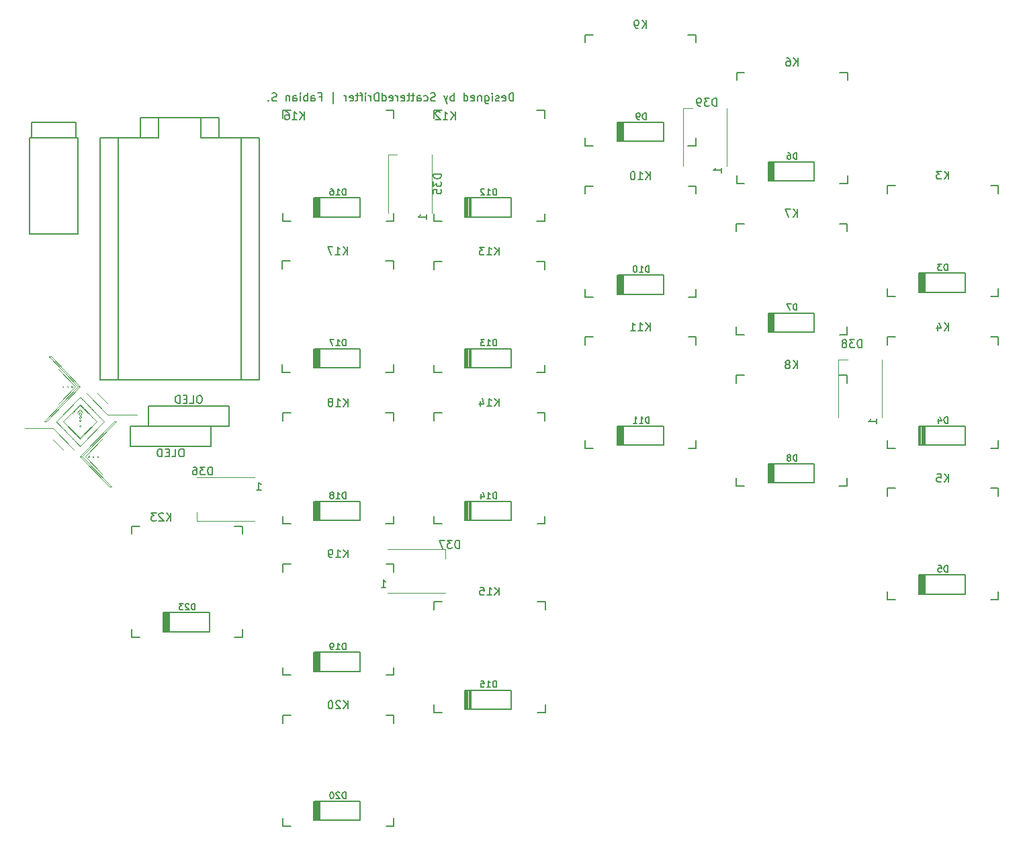
<source format=gbr>
%TF.GenerationSoftware,KiCad,Pcbnew,5.1.10*%
%TF.CreationDate,2021-06-14T18:04:53+02:00*%
%TF.ProjectId,scattered-bat-pcb,73636174-7465-4726-9564-2d6261742d70,rev?*%
%TF.SameCoordinates,Original*%
%TF.FileFunction,Legend,Bot*%
%TF.FilePolarity,Positive*%
%FSLAX46Y46*%
G04 Gerber Fmt 4.6, Leading zero omitted, Abs format (unit mm)*
G04 Created by KiCad (PCBNEW 5.1.10) date 2021-06-14 18:04:53*
%MOMM*%
%LPD*%
G01*
G04 APERTURE LIST*
%ADD10C,0.048672*%
%ADD11C,0.150000*%
%ADD12C,0.120000*%
%ADD13C,0.200000*%
G04 APERTURE END LIST*
D10*
X47027829Y-85080067D02*
X47014465Y-85032384D01*
X47014465Y-85032384D02*
X47002523Y-85016958D01*
X47994912Y-87452434D02*
X47507459Y-87955957D01*
X48482867Y-87956477D02*
X48970366Y-88460047D01*
X45821379Y-85035366D02*
X45781400Y-85062961D01*
X47994914Y-88365269D02*
X48044433Y-88373890D01*
X48044433Y-88373890D02*
X48087673Y-88398178D01*
X48087673Y-88398178D02*
X48121207Y-88435769D01*
X48121207Y-88435769D02*
X48134383Y-88461530D01*
X49498463Y-88871950D02*
X49461129Y-88833385D01*
X49461129Y-88833385D02*
X49423906Y-88794935D01*
X49423906Y-88794935D02*
X49386809Y-88756615D01*
X49386809Y-88756615D02*
X49349855Y-88718442D01*
X49349855Y-88718442D02*
X49313058Y-88680432D01*
X49313058Y-88680432D02*
X49276434Y-88642600D01*
X49276434Y-88642600D02*
X49239997Y-88604963D01*
X49239997Y-88604963D02*
X49203765Y-88567535D01*
X49203765Y-88567535D02*
X49167751Y-88530334D01*
X49167751Y-88530334D02*
X49131971Y-88493375D01*
X49131971Y-88493375D02*
X49096442Y-88456674D01*
X49096442Y-88456674D02*
X49061177Y-88420247D01*
X49061177Y-88420247D02*
X49026193Y-88384109D01*
X49026193Y-88384109D02*
X48991505Y-88348277D01*
X48991505Y-88348277D02*
X48957128Y-88312767D01*
X48957128Y-88312767D02*
X48923079Y-88277595D01*
X48923079Y-88277595D02*
X48856021Y-88208326D01*
X48856021Y-88208326D02*
X48790455Y-88140598D01*
X48790455Y-88140598D02*
X48726504Y-88074539D01*
X48726504Y-88074539D02*
X48664292Y-88010276D01*
X48664292Y-88010276D02*
X48603941Y-87947935D01*
X48603941Y-87947935D02*
X48545575Y-87887645D01*
X48545575Y-87887645D02*
X48489318Y-87829533D01*
X48489318Y-87829533D02*
X48435292Y-87773726D01*
X49522727Y-87941515D02*
X49523346Y-87942134D01*
X50247212Y-93932996D02*
X50200051Y-93942697D01*
X50256592Y-93884282D02*
X50247223Y-93932996D01*
X50216613Y-93856688D02*
X50256592Y-93884282D01*
X46491355Y-90111764D02*
X46528689Y-90150329D01*
X46528689Y-90150329D02*
X46565912Y-90188779D01*
X46565912Y-90188779D02*
X46603008Y-90227098D01*
X46603008Y-90227098D02*
X46639963Y-90265271D01*
X46639963Y-90265271D02*
X46676760Y-90303282D01*
X46676760Y-90303282D02*
X46713384Y-90341114D01*
X46713384Y-90341114D02*
X46749821Y-90378752D01*
X46749821Y-90378752D02*
X46786054Y-90416179D01*
X46786054Y-90416179D02*
X46822067Y-90453380D01*
X46822067Y-90453380D02*
X46857847Y-90490339D01*
X46857847Y-90490339D02*
X46893377Y-90527041D01*
X46893377Y-90527041D02*
X46928641Y-90563468D01*
X46928641Y-90563468D02*
X46963625Y-90599605D01*
X46963625Y-90599605D02*
X46998314Y-90635437D01*
X46998314Y-90635437D02*
X47032690Y-90670947D01*
X47032690Y-90670947D02*
X47066740Y-90706120D01*
X47066740Y-90706120D02*
X47133798Y-90775389D01*
X47133798Y-90775389D02*
X47199364Y-90843117D01*
X47199364Y-90843117D02*
X47263315Y-90909176D01*
X47263315Y-90909176D02*
X47325527Y-90973440D01*
X47325527Y-90973440D02*
X47385878Y-91035780D01*
X47385878Y-91035780D02*
X47444244Y-91096070D01*
X47444244Y-91096070D02*
X47500501Y-91154183D01*
X47500501Y-91154183D02*
X47554528Y-91209991D01*
X49583109Y-93869891D02*
X49613604Y-93856848D01*
X47994914Y-88810609D02*
X48046170Y-88821538D01*
X48046170Y-88821538D02*
X48088411Y-88851857D01*
X48088411Y-88851857D02*
X48114476Y-88893131D01*
X49570480Y-93901389D02*
X49583109Y-93869891D01*
X51800801Y-97540656D02*
X51935194Y-97679478D01*
X49597102Y-93942544D02*
X49570480Y-93901389D01*
X49644098Y-93932887D02*
X49597102Y-93942545D01*
X49653444Y-93884342D02*
X49644095Y-93932887D01*
X44191131Y-81393463D02*
X44102891Y-81302316D01*
X47937144Y-88665270D02*
X47894588Y-88637729D01*
X47894588Y-88637729D02*
X47863638Y-88598197D01*
X47863638Y-88598197D02*
X47846583Y-88550212D01*
X47846583Y-88550212D02*
X47843955Y-88521204D01*
X48018633Y-85080039D02*
X43790027Y-89448057D01*
X48101658Y-88631468D02*
X48060740Y-88661541D01*
X48060740Y-88661541D02*
X48013539Y-88675950D01*
X48013539Y-88675950D02*
X47964094Y-88673863D01*
X47964094Y-88673863D02*
X47937144Y-88665270D01*
X47554528Y-91209991D02*
X47605941Y-91263099D01*
X47605941Y-91263099D02*
X47654407Y-91313162D01*
X47654407Y-91313162D02*
X47699875Y-91360129D01*
X47699875Y-91360129D02*
X47742295Y-91403947D01*
X47742295Y-91403947D02*
X47781613Y-91444562D01*
X47781613Y-91444562D02*
X47817781Y-91481922D01*
X47817781Y-91481922D02*
X47866012Y-91531743D01*
X47866012Y-91531743D02*
X47906866Y-91573944D01*
X47906866Y-91573944D02*
X47949564Y-91618050D01*
X47949564Y-91618050D02*
X47983440Y-91653043D01*
X47983440Y-91653043D02*
X47994910Y-91664891D01*
X46393895Y-85111565D02*
X46440893Y-85121222D01*
X47994910Y-87318827D02*
X45891234Y-89491857D01*
X50098585Y-89491857D02*
X50061769Y-89453827D01*
X50061769Y-89453827D02*
X50022490Y-89413254D01*
X50022490Y-89413254D02*
X49984134Y-89373633D01*
X49984134Y-89373633D02*
X49938343Y-89326332D01*
X49938343Y-89326332D02*
X49903770Y-89290620D01*
X49903770Y-89290620D02*
X49866021Y-89251626D01*
X49866021Y-89251626D02*
X49825146Y-89209403D01*
X49825146Y-89209403D02*
X49781196Y-89164004D01*
X49781196Y-89164004D02*
X49734223Y-89115482D01*
X49734223Y-89115482D02*
X49684277Y-89063889D01*
X49684277Y-89063889D02*
X49658206Y-89036958D01*
X49658206Y-89036958D02*
X49604179Y-88981150D01*
X49604179Y-88981150D02*
X49547921Y-88923037D01*
X49547921Y-88923037D02*
X49489555Y-88862747D01*
X49489555Y-88862747D02*
X49429204Y-88800407D01*
X49429204Y-88800407D02*
X49366991Y-88736143D01*
X49366991Y-88736143D02*
X49303041Y-88670084D01*
X49303041Y-88670084D02*
X49237475Y-88602356D01*
X49237475Y-88602356D02*
X49170417Y-88533087D01*
X49170417Y-88533087D02*
X49136367Y-88497915D01*
X49136367Y-88497915D02*
X49101990Y-88462405D01*
X49101990Y-88462405D02*
X49067302Y-88426573D01*
X49067302Y-88426573D02*
X49032318Y-88390435D01*
X49032318Y-88390435D02*
X48997053Y-88354008D01*
X48997053Y-88354008D02*
X48961524Y-88317307D01*
X48961524Y-88317307D02*
X48925744Y-88280348D01*
X48925744Y-88280348D02*
X48889730Y-88243147D01*
X48889730Y-88243147D02*
X48853497Y-88205719D01*
X48853497Y-88205719D02*
X48817061Y-88168082D01*
X48817061Y-88168082D02*
X48780437Y-88130250D01*
X48780437Y-88130250D02*
X48743639Y-88092240D01*
X48743639Y-88092240D02*
X48706685Y-88054067D01*
X48706685Y-88054067D02*
X48669589Y-88015747D01*
X48669589Y-88015747D02*
X48632366Y-87977297D01*
X48632366Y-87977297D02*
X48595032Y-87938733D01*
X46384548Y-85063020D02*
X46393897Y-85111565D01*
X47579477Y-92145280D02*
X47630890Y-92198388D01*
X47630890Y-92198388D02*
X47679356Y-92248452D01*
X47679356Y-92248452D02*
X47724824Y-92295419D01*
X47724824Y-92295419D02*
X47767244Y-92339237D01*
X47767244Y-92339237D02*
X47806562Y-92379852D01*
X47806562Y-92379852D02*
X47842730Y-92417212D01*
X47842730Y-92417212D02*
X47890961Y-92467033D01*
X47890961Y-92467033D02*
X47931815Y-92509234D01*
X47931815Y-92509234D02*
X47974513Y-92553339D01*
X47974513Y-92553339D02*
X48008389Y-92588332D01*
X48008389Y-92588332D02*
X48019859Y-92600180D01*
X48482867Y-87956477D02*
X47994912Y-87452434D01*
X47843955Y-88521204D02*
X47851596Y-88472224D01*
X47851596Y-88472224D02*
X47873578Y-88428431D01*
X47873578Y-88428431D02*
X47888169Y-88410940D01*
X47394788Y-91044983D02*
X46491355Y-90111764D01*
X46331615Y-89946757D02*
X46385641Y-90002564D01*
X46385641Y-90002564D02*
X46441898Y-90060676D01*
X46441898Y-90060676D02*
X46500264Y-90120967D01*
X46500264Y-90120967D02*
X46560615Y-90183307D01*
X46560615Y-90183307D02*
X46622827Y-90247571D01*
X46622827Y-90247571D02*
X46686778Y-90313630D01*
X46686778Y-90313630D02*
X46752344Y-90381358D01*
X46752344Y-90381358D02*
X46819402Y-90450627D01*
X46819402Y-90450627D02*
X46853452Y-90485799D01*
X46853452Y-90485799D02*
X46887828Y-90521309D01*
X46887828Y-90521309D02*
X46922517Y-90557141D01*
X46922517Y-90557141D02*
X46957501Y-90593279D01*
X46957501Y-90593279D02*
X46992765Y-90629706D01*
X46992765Y-90629706D02*
X47028295Y-90666407D01*
X47028295Y-90666407D02*
X47064075Y-90703366D01*
X47064075Y-90703366D02*
X47100089Y-90740567D01*
X47100089Y-90740567D02*
X47136321Y-90777995D01*
X47136321Y-90777995D02*
X47172758Y-90815633D01*
X47172758Y-90815633D02*
X47209382Y-90853465D01*
X47209382Y-90853465D02*
X47246179Y-90891475D01*
X47246179Y-90891475D02*
X47283134Y-90929648D01*
X47283134Y-90929648D02*
X47320230Y-90967967D01*
X47320230Y-90967967D02*
X47357453Y-91006418D01*
X47357453Y-91006418D02*
X47394788Y-91044983D01*
X48665484Y-93901389D02*
X50798924Y-96105171D01*
X46941428Y-84990818D02*
X46893427Y-85005859D01*
X46893427Y-85005859D02*
X46861606Y-85045913D01*
X51026282Y-89494639D02*
X50989465Y-89456609D01*
X50989465Y-89456609D02*
X50950186Y-89416035D01*
X50950186Y-89416035D02*
X50911829Y-89376414D01*
X50911829Y-89376414D02*
X50866038Y-89329113D01*
X50866038Y-89329113D02*
X50831465Y-89293401D01*
X50831465Y-89293401D02*
X50793715Y-89254406D01*
X50793715Y-89254406D02*
X50752840Y-89212184D01*
X50752840Y-89212184D02*
X50708890Y-89166785D01*
X50708890Y-89166785D02*
X50661917Y-89118263D01*
X50661917Y-89118263D02*
X50611971Y-89066670D01*
X50611971Y-89066670D02*
X50585900Y-89039739D01*
X48435292Y-87773726D02*
X48383878Y-87720617D01*
X48383878Y-87720617D02*
X48335412Y-87670553D01*
X48335412Y-87670553D02*
X48289944Y-87623586D01*
X48289944Y-87623586D02*
X48247525Y-87579768D01*
X48247525Y-87579768D02*
X48208206Y-87539153D01*
X48208206Y-87539153D02*
X48172038Y-87501794D01*
X48172038Y-87501794D02*
X48123807Y-87451972D01*
X48123807Y-87451972D02*
X48082953Y-87409772D01*
X48082953Y-87409772D02*
X48040255Y-87365667D01*
X48040255Y-87365667D02*
X48006379Y-87330674D01*
X48006379Y-87330674D02*
X47994910Y-87318827D01*
X51675826Y-97679272D02*
X51586156Y-97586640D01*
X46440893Y-85121222D02*
X46467513Y-85080067D01*
X46467513Y-85080067D02*
X46454883Y-85048569D01*
X48114476Y-88893131D02*
X48124293Y-88941353D01*
X48124293Y-88941353D02*
X48115181Y-88993645D01*
X48115181Y-88993645D02*
X48086421Y-89038812D01*
X50585900Y-89039739D02*
X50531873Y-88983931D01*
X50531873Y-88983931D02*
X50475616Y-88925819D01*
X50475616Y-88925819D02*
X50417250Y-88865529D01*
X50417250Y-88865529D02*
X50356899Y-88803188D01*
X50356899Y-88803188D02*
X50294687Y-88738925D01*
X50294687Y-88738925D02*
X50230736Y-88672866D01*
X50230736Y-88672866D02*
X50165170Y-88605138D01*
X50165170Y-88605138D02*
X50098112Y-88535870D01*
X50098112Y-88535870D02*
X50064062Y-88500697D01*
X50064062Y-88500697D02*
X50029686Y-88465187D01*
X50029686Y-88465187D02*
X49994997Y-88429355D01*
X49994997Y-88429355D02*
X49960013Y-88393218D01*
X49960013Y-88393218D02*
X49924749Y-88356791D01*
X49924749Y-88356791D02*
X49889219Y-88320090D01*
X49889219Y-88320090D02*
X49853439Y-88283130D01*
X49853439Y-88283130D02*
X49817426Y-88245929D01*
X49817426Y-88245929D02*
X49781193Y-88208502D01*
X49781193Y-88208502D02*
X49744756Y-88170864D01*
X49744756Y-88170864D02*
X49708132Y-88133032D01*
X49708132Y-88133032D02*
X49671335Y-88095022D01*
X49671335Y-88095022D02*
X49634380Y-88056849D01*
X49634380Y-88056849D02*
X49597284Y-88018530D01*
X49597284Y-88018530D02*
X49560061Y-87980079D01*
X49560061Y-87980079D02*
X49522727Y-87941515D01*
X46516991Y-91047763D02*
X46516372Y-91047145D01*
X49523414Y-87942223D02*
X49486079Y-87903658D01*
X49486079Y-87903658D02*
X49448856Y-87865208D01*
X49448856Y-87865208D02*
X49411760Y-87826889D01*
X49411760Y-87826889D02*
X49374805Y-87788716D01*
X49374805Y-87788716D02*
X49338008Y-87750706D01*
X49338008Y-87750706D02*
X49301384Y-87712874D01*
X49301384Y-87712874D02*
X49264947Y-87675236D01*
X49264947Y-87675236D02*
X49228714Y-87637809D01*
X49228714Y-87637809D02*
X49192700Y-87600608D01*
X49192700Y-87600608D02*
X49156921Y-87563649D01*
X49156921Y-87563649D02*
X49121391Y-87526948D01*
X49121391Y-87526948D02*
X49086126Y-87490520D01*
X49086126Y-87490520D02*
X49051142Y-87454383D01*
X49051142Y-87454383D02*
X49016454Y-87418551D01*
X49016454Y-87418551D02*
X48982077Y-87383041D01*
X48982077Y-87383041D02*
X48948027Y-87347869D01*
X48948027Y-87347869D02*
X48880969Y-87278600D01*
X48880969Y-87278600D02*
X48815403Y-87210872D01*
X48815403Y-87210872D02*
X48751452Y-87144812D01*
X48751452Y-87144812D02*
X48689240Y-87080549D01*
X48689240Y-87080549D02*
X48628889Y-87018208D01*
X48628889Y-87018208D02*
X48570523Y-86957918D01*
X48570523Y-86957918D02*
X48514266Y-86899805D01*
X48514266Y-86899805D02*
X48460240Y-86843998D01*
X48460240Y-86843998D02*
X48408827Y-86790890D01*
X48408827Y-86790890D02*
X48360361Y-86740826D01*
X48360361Y-86740826D02*
X48314893Y-86693859D01*
X48314893Y-86693859D02*
X48272474Y-86650042D01*
X48272474Y-86650042D02*
X48233155Y-86609427D01*
X48233155Y-86609427D02*
X48196988Y-86572067D01*
X48196988Y-86572067D02*
X48148756Y-86522246D01*
X48148756Y-86522246D02*
X48107903Y-86480045D01*
X48107903Y-86480045D02*
X48065204Y-86435939D01*
X48065204Y-86435939D02*
X48031328Y-86400946D01*
X48031328Y-86400946D02*
X48019859Y-86389099D01*
X46861606Y-85045913D02*
X46856132Y-85094288D01*
X46856132Y-85094288D02*
X46878078Y-85140744D01*
X46878078Y-85140744D02*
X46880346Y-85143175D01*
X48019859Y-92600180D02*
X51026282Y-89494639D01*
X45891234Y-89491857D02*
X45928049Y-89529886D01*
X45928049Y-89529886D02*
X45967328Y-89570460D01*
X45967328Y-89570460D02*
X46005684Y-89610081D01*
X46005684Y-89610081D02*
X46051475Y-89657382D01*
X46051475Y-89657382D02*
X46086048Y-89693095D01*
X46086048Y-89693095D02*
X46123797Y-89732089D01*
X46123797Y-89732089D02*
X46164673Y-89774312D01*
X46164673Y-89774312D02*
X46208623Y-89819711D01*
X46208623Y-89819711D02*
X46255596Y-89868233D01*
X46255596Y-89868233D02*
X46305543Y-89919825D01*
X46305543Y-89919825D02*
X46331615Y-89946757D01*
X48019859Y-86389099D02*
X45013438Y-89494639D01*
X47994912Y-87986775D02*
X47629004Y-88364749D01*
X49613604Y-93856844D02*
X49653444Y-93884342D01*
X44566061Y-90334579D02*
X44732934Y-90506954D01*
X47970154Y-90119594D02*
X47935500Y-90084318D01*
X47935500Y-90084318D02*
X47930211Y-90057845D01*
X47994912Y-91531128D02*
X46567835Y-90057005D01*
X48074362Y-89310848D02*
X48079253Y-89362171D01*
X48079253Y-89362171D02*
X48055727Y-89407654D01*
X47994910Y-91664891D02*
X50098585Y-89491857D01*
X47002523Y-85016958D02*
X46958363Y-84992548D01*
X46958363Y-84992548D02*
X46941428Y-84990818D01*
X48360759Y-88364685D02*
X47994912Y-87986775D01*
X46974493Y-85162522D02*
X47013268Y-85129650D01*
X47013268Y-85129650D02*
X47027829Y-85080067D01*
X48277659Y-93901353D02*
X51935194Y-97679471D01*
X50200051Y-93942688D02*
X50173338Y-93901389D01*
X47994912Y-91531128D02*
X49422849Y-90056116D01*
X41003631Y-90334579D02*
X44566061Y-90334579D01*
X47865503Y-88944287D02*
X47874183Y-88896157D01*
X47874183Y-88896157D02*
X47901161Y-88852139D01*
X47901161Y-88852139D02*
X47903405Y-88849763D01*
X46880335Y-85143175D02*
X46924573Y-85167600D01*
X46924573Y-85167600D02*
X46974493Y-85162523D01*
X44102891Y-81302316D02*
X44361310Y-81302138D01*
X47903405Y-88849763D02*
X47945390Y-88820784D01*
X47945390Y-88820784D02*
X47994914Y-88810609D01*
X47962006Y-89426912D02*
X47923410Y-89394195D01*
X47923410Y-89394195D02*
X47908917Y-89344842D01*
X47949163Y-90010585D02*
X47994914Y-89991021D01*
X47994914Y-89256012D02*
X48042690Y-89270982D01*
X48042690Y-89270982D02*
X48074362Y-89310848D01*
X52288535Y-89490701D02*
X52240970Y-89539834D01*
X47991059Y-91527065D02*
X48003029Y-91539427D01*
X50799129Y-91697395D02*
X48665484Y-93901389D01*
X50186014Y-93869780D02*
X50216613Y-93856695D01*
X52467199Y-89574659D02*
X52553691Y-89485316D01*
X46454883Y-85048569D02*
X46424389Y-85035522D01*
X48040666Y-90105104D02*
X47995852Y-90124673D01*
X47995852Y-90124673D02*
X47970154Y-90119592D01*
X48018633Y-85080000D02*
X47760000Y-85080000D01*
X44566061Y-90334579D02*
X41003631Y-90334579D01*
X46424389Y-85035522D02*
X46384548Y-85063020D01*
X49035469Y-93838281D02*
X49079628Y-93813870D01*
X49079628Y-93813870D02*
X49096564Y-93812139D01*
X49010164Y-93901389D02*
X49023526Y-93853707D01*
X49023526Y-93853707D02*
X49035469Y-93838281D01*
X49063499Y-93983843D02*
X49024724Y-93950974D01*
X49024724Y-93950974D02*
X49010164Y-93901389D01*
X47934106Y-89282030D02*
X47978057Y-89257735D01*
X47978057Y-89257735D02*
X47994914Y-89256012D01*
X47994914Y-89991010D02*
X48039996Y-90009902D01*
X48039996Y-90009902D02*
X48054691Y-90032269D01*
X49157658Y-93964498D02*
X49113419Y-93988921D01*
X49113419Y-93988921D02*
X49063499Y-93983835D01*
X49176386Y-93867235D02*
X49181859Y-93915609D01*
X49181859Y-93915609D02*
X49159914Y-93962067D01*
X49159914Y-93962067D02*
X49157648Y-93964498D01*
X51675826Y-97679120D02*
X48018633Y-93901353D01*
X51935194Y-97679478D02*
X51675826Y-97679272D01*
X43527774Y-89451932D02*
X43490257Y-89490675D01*
X49096564Y-93812139D02*
X49144564Y-93827180D01*
X49144564Y-93827180D02*
X49176386Y-93867235D01*
X47888169Y-88410940D02*
X47930411Y-88380220D01*
X47930411Y-88380220D02*
X47979993Y-88366032D01*
X47979993Y-88366032D02*
X47994914Y-88365269D01*
X51476990Y-88651940D02*
X51340166Y-88510604D01*
X43748721Y-89490675D02*
X43790014Y-89448017D01*
X55211128Y-88651940D02*
X51476990Y-88651940D01*
X43490257Y-89490675D02*
X43748721Y-89490675D01*
X50173338Y-93901389D02*
X50186010Y-93869780D01*
X44566063Y-91759282D02*
X45827282Y-93062629D01*
X47945390Y-89067790D02*
X47902084Y-89037431D01*
X47902084Y-89037431D02*
X47874291Y-88992722D01*
X47874291Y-88992722D02*
X47865503Y-88944287D01*
X47908917Y-89344842D02*
X47922219Y-89297383D01*
X47922219Y-89297383D02*
X47934106Y-89282030D01*
X48018633Y-93901353D02*
X52240971Y-89539805D01*
X45790781Y-85111675D02*
X45837941Y-85121365D01*
X45851981Y-85048459D02*
X45821379Y-85035366D01*
X48055721Y-89407654D02*
X48011690Y-89431965D01*
X48011690Y-89431965D02*
X47962006Y-89426909D01*
X48595032Y-87938733D02*
X49498463Y-88871950D01*
X47507459Y-87955957D02*
X47019830Y-88459667D01*
X46516306Y-91047056D02*
X46553639Y-91085620D01*
X46553639Y-91085620D02*
X46590862Y-91124070D01*
X46590862Y-91124070D02*
X46627959Y-91162390D01*
X46627959Y-91162390D02*
X46664913Y-91200563D01*
X46664913Y-91200563D02*
X46701710Y-91238573D01*
X46701710Y-91238573D02*
X46738334Y-91276405D01*
X46738334Y-91276405D02*
X46774771Y-91314042D01*
X46774771Y-91314042D02*
X46811003Y-91351470D01*
X46811003Y-91351470D02*
X46847017Y-91388671D01*
X46847017Y-91388671D02*
X46882797Y-91425630D01*
X46882797Y-91425630D02*
X46918326Y-91462331D01*
X46918326Y-91462331D02*
X46953591Y-91498758D01*
X46953591Y-91498758D02*
X46988575Y-91534896D01*
X46988575Y-91534896D02*
X47023263Y-91570728D01*
X47023263Y-91570728D02*
X47057640Y-91606238D01*
X47057640Y-91606238D02*
X47091690Y-91641410D01*
X47091690Y-91641410D02*
X47158747Y-91710679D01*
X47158747Y-91710679D02*
X47224313Y-91778407D01*
X47224313Y-91778407D02*
X47288264Y-91844466D01*
X47288264Y-91844466D02*
X47350476Y-91908729D01*
X47350476Y-91908729D02*
X47410827Y-91971070D01*
X47410827Y-91971070D02*
X47469193Y-92031360D01*
X47469193Y-92031360D02*
X47525450Y-92089472D01*
X47525450Y-92089472D02*
X47579477Y-92145280D01*
X48086421Y-89038812D02*
X48042696Y-89068523D01*
X48042696Y-89068523D02*
X47992073Y-89077938D01*
X47992073Y-89077938D02*
X47945390Y-89067790D01*
X48134383Y-88461530D02*
X48145620Y-88512087D01*
X48145620Y-88512087D02*
X48140441Y-88562648D01*
X48140441Y-88562648D02*
X48119654Y-88609036D01*
X48119654Y-88609036D02*
X48101658Y-88631468D01*
X44566063Y-90334556D02*
X47206696Y-93062629D01*
X45837941Y-85121365D02*
X45864654Y-85080067D01*
X51477000Y-87227229D02*
X50215779Y-85923882D01*
X45238864Y-82876073D02*
X47372508Y-85080067D01*
X47930211Y-90057845D02*
X47948034Y-90011772D01*
X47948034Y-90011772D02*
X47949157Y-90010585D01*
X45781400Y-85062961D02*
X45790791Y-85111675D01*
X45864654Y-85080067D02*
X45851983Y-85048459D01*
X48054691Y-90032269D02*
X48055041Y-90082522D01*
X48055041Y-90082522D02*
X48040657Y-90105104D01*
X51477000Y-88651955D02*
X48836367Y-85923882D01*
X48018633Y-93901353D02*
X48277659Y-93901353D01*
X52553690Y-89485313D02*
X48271543Y-93903873D01*
X45013438Y-89494639D02*
X45050254Y-89532668D01*
X45050254Y-89532668D02*
X45089532Y-89573242D01*
X45089532Y-89573242D02*
X45127889Y-89612863D01*
X45127889Y-89612863D02*
X45173680Y-89660164D01*
X45173680Y-89660164D02*
X45208253Y-89695877D01*
X45208253Y-89695877D02*
X45246002Y-89734871D01*
X45246002Y-89734871D02*
X45286877Y-89777094D01*
X45286877Y-89777094D02*
X45330827Y-89822493D01*
X45330827Y-89822493D02*
X45377800Y-89871015D01*
X45377800Y-89871015D02*
X45427746Y-89922607D01*
X45427746Y-89922607D02*
X45453818Y-89949539D01*
X44361310Y-81302138D02*
X48018633Y-85080039D01*
X44102891Y-81302322D02*
X47760000Y-85080000D01*
X45453818Y-89949539D02*
X45507844Y-90005346D01*
X45507844Y-90005346D02*
X45564102Y-90063458D01*
X45564102Y-90063458D02*
X45622468Y-90123748D01*
X45622468Y-90123748D02*
X45682819Y-90186089D01*
X45682819Y-90186089D02*
X45745031Y-90250352D01*
X45745031Y-90250352D02*
X45808982Y-90316411D01*
X45808982Y-90316411D02*
X45874548Y-90384139D01*
X45874548Y-90384139D02*
X45941606Y-90453408D01*
X45941606Y-90453408D02*
X45975656Y-90488580D01*
X45975656Y-90488580D02*
X46010033Y-90524090D01*
X46010033Y-90524090D02*
X46044721Y-90559922D01*
X46044721Y-90559922D02*
X46079705Y-90596060D01*
X46079705Y-90596060D02*
X46114970Y-90632487D01*
X46114970Y-90632487D02*
X46150499Y-90669188D01*
X46150499Y-90669188D02*
X46186279Y-90706147D01*
X46186279Y-90706147D02*
X46222293Y-90743348D01*
X46222293Y-90743348D02*
X46258525Y-90780776D01*
X46258525Y-90780776D02*
X46294962Y-90818413D01*
X46294962Y-90818413D02*
X46331586Y-90856245D01*
X46331586Y-90856245D02*
X46368383Y-90894255D01*
X46368383Y-90894255D02*
X46405337Y-90932428D01*
X46405337Y-90932428D02*
X46442434Y-90970748D01*
X46442434Y-90970748D02*
X46479657Y-91009198D01*
X46479657Y-91009198D02*
X46516991Y-91047763D01*
X47372508Y-85080067D02*
X45239068Y-87283850D01*
X52553691Y-89485316D02*
X52288535Y-89490701D01*
X47760000Y-85080000D02*
X43527774Y-89451932D01*
D11*
X102618571Y-49112380D02*
X102618571Y-48112380D01*
X102380476Y-48112380D01*
X102237619Y-48160000D01*
X102142380Y-48255238D01*
X102094761Y-48350476D01*
X102047142Y-48540952D01*
X102047142Y-48683809D01*
X102094761Y-48874285D01*
X102142380Y-48969523D01*
X102237619Y-49064761D01*
X102380476Y-49112380D01*
X102618571Y-49112380D01*
X101237619Y-49064761D02*
X101332857Y-49112380D01*
X101523333Y-49112380D01*
X101618571Y-49064761D01*
X101666190Y-48969523D01*
X101666190Y-48588571D01*
X101618571Y-48493333D01*
X101523333Y-48445714D01*
X101332857Y-48445714D01*
X101237619Y-48493333D01*
X101190000Y-48588571D01*
X101190000Y-48683809D01*
X101666190Y-48779047D01*
X100809047Y-49064761D02*
X100713809Y-49112380D01*
X100523333Y-49112380D01*
X100428095Y-49064761D01*
X100380476Y-48969523D01*
X100380476Y-48921904D01*
X100428095Y-48826666D01*
X100523333Y-48779047D01*
X100666190Y-48779047D01*
X100761428Y-48731428D01*
X100809047Y-48636190D01*
X100809047Y-48588571D01*
X100761428Y-48493333D01*
X100666190Y-48445714D01*
X100523333Y-48445714D01*
X100428095Y-48493333D01*
X99951904Y-49112380D02*
X99951904Y-48445714D01*
X99951904Y-48112380D02*
X99999523Y-48160000D01*
X99951904Y-48207619D01*
X99904285Y-48160000D01*
X99951904Y-48112380D01*
X99951904Y-48207619D01*
X99047142Y-48445714D02*
X99047142Y-49255238D01*
X99094761Y-49350476D01*
X99142380Y-49398095D01*
X99237619Y-49445714D01*
X99380476Y-49445714D01*
X99475714Y-49398095D01*
X99047142Y-49064761D02*
X99142380Y-49112380D01*
X99332857Y-49112380D01*
X99428095Y-49064761D01*
X99475714Y-49017142D01*
X99523333Y-48921904D01*
X99523333Y-48636190D01*
X99475714Y-48540952D01*
X99428095Y-48493333D01*
X99332857Y-48445714D01*
X99142380Y-48445714D01*
X99047142Y-48493333D01*
X98570952Y-48445714D02*
X98570952Y-49112380D01*
X98570952Y-48540952D02*
X98523333Y-48493333D01*
X98428095Y-48445714D01*
X98285238Y-48445714D01*
X98190000Y-48493333D01*
X98142380Y-48588571D01*
X98142380Y-49112380D01*
X97285238Y-49064761D02*
X97380476Y-49112380D01*
X97570952Y-49112380D01*
X97666190Y-49064761D01*
X97713809Y-48969523D01*
X97713809Y-48588571D01*
X97666190Y-48493333D01*
X97570952Y-48445714D01*
X97380476Y-48445714D01*
X97285238Y-48493333D01*
X97237619Y-48588571D01*
X97237619Y-48683809D01*
X97713809Y-48779047D01*
X96380476Y-49112380D02*
X96380476Y-48112380D01*
X96380476Y-49064761D02*
X96475714Y-49112380D01*
X96666190Y-49112380D01*
X96761428Y-49064761D01*
X96809047Y-49017142D01*
X96856666Y-48921904D01*
X96856666Y-48636190D01*
X96809047Y-48540952D01*
X96761428Y-48493333D01*
X96666190Y-48445714D01*
X96475714Y-48445714D01*
X96380476Y-48493333D01*
X95142380Y-49112380D02*
X95142380Y-48112380D01*
X95142380Y-48493333D02*
X95047142Y-48445714D01*
X94856666Y-48445714D01*
X94761428Y-48493333D01*
X94713809Y-48540952D01*
X94666190Y-48636190D01*
X94666190Y-48921904D01*
X94713809Y-49017142D01*
X94761428Y-49064761D01*
X94856666Y-49112380D01*
X95047142Y-49112380D01*
X95142380Y-49064761D01*
X94332857Y-48445714D02*
X94094761Y-49112380D01*
X93856666Y-48445714D02*
X94094761Y-49112380D01*
X94190000Y-49350476D01*
X94237619Y-49398095D01*
X94332857Y-49445714D01*
X92761428Y-49064761D02*
X92618571Y-49112380D01*
X92380476Y-49112380D01*
X92285238Y-49064761D01*
X92237619Y-49017142D01*
X92190000Y-48921904D01*
X92190000Y-48826666D01*
X92237619Y-48731428D01*
X92285238Y-48683809D01*
X92380476Y-48636190D01*
X92570952Y-48588571D01*
X92666190Y-48540952D01*
X92713809Y-48493333D01*
X92761428Y-48398095D01*
X92761428Y-48302857D01*
X92713809Y-48207619D01*
X92666190Y-48160000D01*
X92570952Y-48112380D01*
X92332857Y-48112380D01*
X92190000Y-48160000D01*
X91332857Y-49064761D02*
X91428095Y-49112380D01*
X91618571Y-49112380D01*
X91713809Y-49064761D01*
X91761428Y-49017142D01*
X91809047Y-48921904D01*
X91809047Y-48636190D01*
X91761428Y-48540952D01*
X91713809Y-48493333D01*
X91618571Y-48445714D01*
X91428095Y-48445714D01*
X91332857Y-48493333D01*
X90475714Y-49112380D02*
X90475714Y-48588571D01*
X90523333Y-48493333D01*
X90618571Y-48445714D01*
X90809047Y-48445714D01*
X90904285Y-48493333D01*
X90475714Y-49064761D02*
X90570952Y-49112380D01*
X90809047Y-49112380D01*
X90904285Y-49064761D01*
X90951904Y-48969523D01*
X90951904Y-48874285D01*
X90904285Y-48779047D01*
X90809047Y-48731428D01*
X90570952Y-48731428D01*
X90475714Y-48683809D01*
X90142380Y-48445714D02*
X89761428Y-48445714D01*
X89999523Y-48112380D02*
X89999523Y-48969523D01*
X89951904Y-49064761D01*
X89856666Y-49112380D01*
X89761428Y-49112380D01*
X89570952Y-48445714D02*
X89190000Y-48445714D01*
X89428095Y-48112380D02*
X89428095Y-48969523D01*
X89380476Y-49064761D01*
X89285238Y-49112380D01*
X89190000Y-49112380D01*
X88475714Y-49064761D02*
X88570952Y-49112380D01*
X88761428Y-49112380D01*
X88856666Y-49064761D01*
X88904285Y-48969523D01*
X88904285Y-48588571D01*
X88856666Y-48493333D01*
X88761428Y-48445714D01*
X88570952Y-48445714D01*
X88475714Y-48493333D01*
X88428095Y-48588571D01*
X88428095Y-48683809D01*
X88904285Y-48779047D01*
X87999523Y-49112380D02*
X87999523Y-48445714D01*
X87999523Y-48636190D02*
X87951904Y-48540952D01*
X87904285Y-48493333D01*
X87809047Y-48445714D01*
X87713809Y-48445714D01*
X86999523Y-49064761D02*
X87094761Y-49112380D01*
X87285238Y-49112380D01*
X87380476Y-49064761D01*
X87428095Y-48969523D01*
X87428095Y-48588571D01*
X87380476Y-48493333D01*
X87285238Y-48445714D01*
X87094761Y-48445714D01*
X86999523Y-48493333D01*
X86951904Y-48588571D01*
X86951904Y-48683809D01*
X87428095Y-48779047D01*
X86094761Y-49112380D02*
X86094761Y-48112380D01*
X86094761Y-49064761D02*
X86190000Y-49112380D01*
X86380476Y-49112380D01*
X86475714Y-49064761D01*
X86523333Y-49017142D01*
X86570952Y-48921904D01*
X86570952Y-48636190D01*
X86523333Y-48540952D01*
X86475714Y-48493333D01*
X86380476Y-48445714D01*
X86190000Y-48445714D01*
X86094761Y-48493333D01*
X85618571Y-49112380D02*
X85618571Y-48112380D01*
X85380476Y-48112380D01*
X85237619Y-48160000D01*
X85142380Y-48255238D01*
X85094761Y-48350476D01*
X85047142Y-48540952D01*
X85047142Y-48683809D01*
X85094761Y-48874285D01*
X85142380Y-48969523D01*
X85237619Y-49064761D01*
X85380476Y-49112380D01*
X85618571Y-49112380D01*
X84618571Y-49112380D02*
X84618571Y-48445714D01*
X84618571Y-48636190D02*
X84570952Y-48540952D01*
X84523333Y-48493333D01*
X84428095Y-48445714D01*
X84332857Y-48445714D01*
X83999523Y-49112380D02*
X83999523Y-48445714D01*
X83999523Y-48112380D02*
X84047142Y-48160000D01*
X83999523Y-48207619D01*
X83951904Y-48160000D01*
X83999523Y-48112380D01*
X83999523Y-48207619D01*
X83666190Y-48445714D02*
X83285238Y-48445714D01*
X83523333Y-49112380D02*
X83523333Y-48255238D01*
X83475714Y-48160000D01*
X83380476Y-48112380D01*
X83285238Y-48112380D01*
X83094761Y-48445714D02*
X82713809Y-48445714D01*
X82951904Y-48112380D02*
X82951904Y-48969523D01*
X82904285Y-49064761D01*
X82809047Y-49112380D01*
X82713809Y-49112380D01*
X81999523Y-49064761D02*
X82094761Y-49112380D01*
X82285238Y-49112380D01*
X82380476Y-49064761D01*
X82428095Y-48969523D01*
X82428095Y-48588571D01*
X82380476Y-48493333D01*
X82285238Y-48445714D01*
X82094761Y-48445714D01*
X81999523Y-48493333D01*
X81951904Y-48588571D01*
X81951904Y-48683809D01*
X82428095Y-48779047D01*
X81523333Y-49112380D02*
X81523333Y-48445714D01*
X81523333Y-48636190D02*
X81475714Y-48540952D01*
X81428095Y-48493333D01*
X81332857Y-48445714D01*
X81237619Y-48445714D01*
X79904285Y-49445714D02*
X79904285Y-48017142D01*
X78094761Y-48588571D02*
X78428095Y-48588571D01*
X78428095Y-49112380D02*
X78428095Y-48112380D01*
X77951904Y-48112380D01*
X77142380Y-49112380D02*
X77142380Y-48588571D01*
X77190000Y-48493333D01*
X77285238Y-48445714D01*
X77475714Y-48445714D01*
X77570952Y-48493333D01*
X77142380Y-49064761D02*
X77237619Y-49112380D01*
X77475714Y-49112380D01*
X77570952Y-49064761D01*
X77618571Y-48969523D01*
X77618571Y-48874285D01*
X77570952Y-48779047D01*
X77475714Y-48731428D01*
X77237619Y-48731428D01*
X77142380Y-48683809D01*
X76666190Y-49112380D02*
X76666190Y-48112380D01*
X76666190Y-48493333D02*
X76570952Y-48445714D01*
X76380476Y-48445714D01*
X76285238Y-48493333D01*
X76237619Y-48540952D01*
X76190000Y-48636190D01*
X76190000Y-48921904D01*
X76237619Y-49017142D01*
X76285238Y-49064761D01*
X76380476Y-49112380D01*
X76570952Y-49112380D01*
X76666190Y-49064761D01*
X75761428Y-49112380D02*
X75761428Y-48445714D01*
X75761428Y-48112380D02*
X75809047Y-48160000D01*
X75761428Y-48207619D01*
X75713809Y-48160000D01*
X75761428Y-48112380D01*
X75761428Y-48207619D01*
X74856666Y-49112380D02*
X74856666Y-48588571D01*
X74904285Y-48493333D01*
X74999523Y-48445714D01*
X75190000Y-48445714D01*
X75285238Y-48493333D01*
X74856666Y-49064761D02*
X74951904Y-49112380D01*
X75190000Y-49112380D01*
X75285238Y-49064761D01*
X75332857Y-48969523D01*
X75332857Y-48874285D01*
X75285238Y-48779047D01*
X75190000Y-48731428D01*
X74951904Y-48731428D01*
X74856666Y-48683809D01*
X74380476Y-48445714D02*
X74380476Y-49112380D01*
X74380476Y-48540952D02*
X74332857Y-48493333D01*
X74237619Y-48445714D01*
X74094761Y-48445714D01*
X73999523Y-48493333D01*
X73951904Y-48588571D01*
X73951904Y-49112380D01*
X72761428Y-49064761D02*
X72618571Y-49112380D01*
X72380476Y-49112380D01*
X72285238Y-49064761D01*
X72237619Y-49017142D01*
X72190000Y-48921904D01*
X72190000Y-48826666D01*
X72237619Y-48731428D01*
X72285238Y-48683809D01*
X72380476Y-48636190D01*
X72570952Y-48588571D01*
X72666190Y-48540952D01*
X72713809Y-48493333D01*
X72761428Y-48398095D01*
X72761428Y-48302857D01*
X72713809Y-48207619D01*
X72666190Y-48160000D01*
X72570952Y-48112380D01*
X72332857Y-48112380D01*
X72190000Y-48160000D01*
X71761428Y-49017142D02*
X71713809Y-49064761D01*
X71761428Y-49112380D01*
X71809047Y-49064761D01*
X71761428Y-49017142D01*
X71761428Y-49112380D01*
%TO.C,U1*%
X70610000Y-53750000D02*
X70610000Y-84230000D01*
X65530000Y-53750000D02*
X70610000Y-53750000D01*
X65530000Y-51210000D02*
X65530000Y-53750000D01*
X57910000Y-51210000D02*
X65530000Y-51210000D01*
X57910000Y-53750000D02*
X57910000Y-51210000D01*
X52830000Y-53750000D02*
X57910000Y-53750000D01*
X52830000Y-84230000D02*
X52830000Y-53750000D01*
X70610000Y-84230000D02*
X52830000Y-84230000D01*
%TO.C,Brd1*%
X54370000Y-90090000D02*
X64530000Y-90090000D01*
X54370000Y-92630000D02*
X64530000Y-92630000D01*
X64530000Y-92630000D02*
X64530000Y-90090000D01*
X54370000Y-90090000D02*
X54370000Y-92630000D01*
%TO.C,K17*%
X73500000Y-69250000D02*
X74500000Y-69250000D01*
X86500000Y-69250000D02*
X87500000Y-69250000D01*
X87500000Y-69250000D02*
X87500000Y-70250000D01*
X87500000Y-83250000D02*
X86500000Y-83250000D01*
X87500000Y-82250000D02*
X87500000Y-83250000D01*
X74500000Y-83250000D02*
X73500000Y-83250000D01*
X73500000Y-83250000D02*
X73500000Y-82250000D01*
X73500000Y-70250000D02*
X73500000Y-69250000D01*
%TO.C,U1*%
X50520000Y-84250000D02*
X68300000Y-84250000D01*
X50520000Y-53770000D02*
X50520000Y-84250000D01*
X55600000Y-53770000D02*
X50520000Y-53770000D01*
X55600000Y-51230000D02*
X55600000Y-53770000D01*
X63220000Y-51230000D02*
X55600000Y-51230000D01*
X63220000Y-53770000D02*
X63220000Y-51230000D01*
X68300000Y-53770000D02*
X63220000Y-53770000D01*
X68300000Y-53770000D02*
X68300000Y-84250000D01*
D12*
%TO.C,D38*%
X143590000Y-81650000D02*
X144740000Y-81650000D01*
X143590000Y-88950000D02*
X143590000Y-81650000D01*
X149090000Y-88950000D02*
X149090000Y-81650000D01*
D11*
%TO.C,K14*%
X92600000Y-88370000D02*
X93600000Y-88370000D01*
X105600000Y-88370000D02*
X106600000Y-88370000D01*
X106600000Y-88370000D02*
X106600000Y-89370000D01*
X106600000Y-102370000D02*
X105600000Y-102370000D01*
X106600000Y-101370000D02*
X106600000Y-102370000D01*
X93600000Y-102370000D02*
X92600000Y-102370000D01*
X92600000Y-102370000D02*
X92600000Y-101370000D01*
X92600000Y-89370000D02*
X92600000Y-88370000D01*
D13*
%TO.C,D23*%
X64300000Y-113550000D02*
X58500000Y-113550000D01*
X64300000Y-115950000D02*
X64300000Y-113550000D01*
X58500000Y-115950000D02*
X64300000Y-115950000D01*
X58575000Y-115950000D02*
X58575000Y-113550000D01*
X58700000Y-115950000D02*
X58700000Y-113550000D01*
X58475000Y-113550000D02*
X58475000Y-115950000D01*
X58875000Y-115950000D02*
X58875000Y-113550000D01*
X59050000Y-115950000D02*
X59050000Y-113550000D01*
X59225000Y-115950000D02*
X59225000Y-113550000D01*
%TO.C,D17*%
X83300000Y-80290000D02*
X77500000Y-80290000D01*
X83300000Y-82690000D02*
X83300000Y-80290000D01*
X77500000Y-82690000D02*
X83300000Y-82690000D01*
X77575000Y-82690000D02*
X77575000Y-80290000D01*
X77700000Y-82690000D02*
X77700000Y-80290000D01*
X77475000Y-80290000D02*
X77475000Y-82690000D01*
X77875000Y-82690000D02*
X77875000Y-80290000D01*
X78050000Y-82690000D02*
X78050000Y-80290000D01*
X78225000Y-82690000D02*
X78225000Y-80290000D01*
%TO.C,D18*%
X83300000Y-99550000D02*
X77500000Y-99550000D01*
X83300000Y-101950000D02*
X83300000Y-99550000D01*
X77500000Y-101950000D02*
X83300000Y-101950000D01*
X77575000Y-101950000D02*
X77575000Y-99550000D01*
X77700000Y-101950000D02*
X77700000Y-99550000D01*
X77475000Y-99550000D02*
X77475000Y-101950000D01*
X77875000Y-101950000D02*
X77875000Y-99550000D01*
X78050000Y-101950000D02*
X78050000Y-99550000D01*
X78225000Y-101950000D02*
X78225000Y-99550000D01*
%TO.C,D19*%
X83300000Y-118550000D02*
X77500000Y-118550000D01*
X83300000Y-120950000D02*
X83300000Y-118550000D01*
X77500000Y-120950000D02*
X83300000Y-120950000D01*
X77575000Y-120950000D02*
X77575000Y-118550000D01*
X77700000Y-120950000D02*
X77700000Y-118550000D01*
X77475000Y-118550000D02*
X77475000Y-120950000D01*
X77875000Y-120950000D02*
X77875000Y-118550000D01*
X78050000Y-120950000D02*
X78050000Y-118550000D01*
X78225000Y-120950000D02*
X78225000Y-118550000D01*
%TO.C,D20*%
X83300000Y-137300000D02*
X77500000Y-137300000D01*
X83300000Y-139700000D02*
X83300000Y-137300000D01*
X77500000Y-139700000D02*
X83300000Y-139700000D01*
X77575000Y-139700000D02*
X77575000Y-137300000D01*
X77700000Y-139700000D02*
X77700000Y-137300000D01*
X77475000Y-137300000D02*
X77475000Y-139700000D01*
X77875000Y-139700000D02*
X77875000Y-137300000D01*
X78050000Y-139700000D02*
X78050000Y-137300000D01*
X78225000Y-139700000D02*
X78225000Y-137300000D01*
%TO.C,D13*%
X102300000Y-80300000D02*
X96500000Y-80300000D01*
X102300000Y-82700000D02*
X102300000Y-80300000D01*
X96500000Y-82700000D02*
X102300000Y-82700000D01*
X96575000Y-82700000D02*
X96575000Y-80300000D01*
X96700000Y-82700000D02*
X96700000Y-80300000D01*
X96475000Y-80300000D02*
X96475000Y-82700000D01*
X96875000Y-82700000D02*
X96875000Y-80300000D01*
X97050000Y-82700000D02*
X97050000Y-80300000D01*
X97225000Y-82700000D02*
X97225000Y-80300000D01*
%TO.C,D14*%
X102300000Y-99550000D02*
X96500000Y-99550000D01*
X102300000Y-101950000D02*
X102300000Y-99550000D01*
X96500000Y-101950000D02*
X102300000Y-101950000D01*
X96575000Y-101950000D02*
X96575000Y-99550000D01*
X96700000Y-101950000D02*
X96700000Y-99550000D01*
X96475000Y-99550000D02*
X96475000Y-101950000D01*
X96875000Y-101950000D02*
X96875000Y-99550000D01*
X97050000Y-101950000D02*
X97050000Y-99550000D01*
X97225000Y-101950000D02*
X97225000Y-99550000D01*
%TO.C,D15*%
X102300000Y-123300000D02*
X96500000Y-123300000D01*
X102300000Y-125700000D02*
X102300000Y-123300000D01*
X96500000Y-125700000D02*
X102300000Y-125700000D01*
X96575000Y-125700000D02*
X96575000Y-123300000D01*
X96700000Y-125700000D02*
X96700000Y-123300000D01*
X96475000Y-123300000D02*
X96475000Y-125700000D01*
X96875000Y-125700000D02*
X96875000Y-123300000D01*
X97050000Y-125700000D02*
X97050000Y-123300000D01*
X97225000Y-125700000D02*
X97225000Y-123300000D01*
%TO.C,D10*%
X121560000Y-71030000D02*
X115760000Y-71030000D01*
X121560000Y-73430000D02*
X121560000Y-71030000D01*
X115760000Y-73430000D02*
X121560000Y-73430000D01*
X115835000Y-73430000D02*
X115835000Y-71030000D01*
X115960000Y-73430000D02*
X115960000Y-71030000D01*
X115735000Y-71030000D02*
X115735000Y-73430000D01*
X116135000Y-73430000D02*
X116135000Y-71030000D01*
X116310000Y-73430000D02*
X116310000Y-71030000D01*
X116485000Y-73430000D02*
X116485000Y-71030000D01*
%TO.C,D11*%
X121550000Y-90050000D02*
X115750000Y-90050000D01*
X121550000Y-92450000D02*
X121550000Y-90050000D01*
X115750000Y-92450000D02*
X121550000Y-92450000D01*
X115825000Y-92450000D02*
X115825000Y-90050000D01*
X115950000Y-92450000D02*
X115950000Y-90050000D01*
X115725000Y-90050000D02*
X115725000Y-92450000D01*
X116125000Y-92450000D02*
X116125000Y-90050000D01*
X116300000Y-92450000D02*
X116300000Y-90050000D01*
X116475000Y-92450000D02*
X116475000Y-90050000D01*
%TO.C,D8*%
X140550000Y-94800000D02*
X134750000Y-94800000D01*
X140550000Y-97200000D02*
X140550000Y-94800000D01*
X134750000Y-97200000D02*
X140550000Y-97200000D01*
X134825000Y-97200000D02*
X134825000Y-94800000D01*
X134950000Y-97200000D02*
X134950000Y-94800000D01*
X134725000Y-94800000D02*
X134725000Y-97200000D01*
X135125000Y-97200000D02*
X135125000Y-94800000D01*
X135300000Y-97200000D02*
X135300000Y-94800000D01*
X135475000Y-97200000D02*
X135475000Y-94800000D01*
%TO.C,D7*%
X140560000Y-75810000D02*
X134760000Y-75810000D01*
X140560000Y-78210000D02*
X140560000Y-75810000D01*
X134760000Y-78210000D02*
X140560000Y-78210000D01*
X134835000Y-78210000D02*
X134835000Y-75810000D01*
X134960000Y-78210000D02*
X134960000Y-75810000D01*
X134735000Y-75810000D02*
X134735000Y-78210000D01*
X135135000Y-78210000D02*
X135135000Y-75810000D01*
X135310000Y-78210000D02*
X135310000Y-75810000D01*
X135485000Y-78210000D02*
X135485000Y-75810000D01*
%TO.C,D4*%
X159540000Y-90050000D02*
X153740000Y-90050000D01*
X159540000Y-92450000D02*
X159540000Y-90050000D01*
X153740000Y-92450000D02*
X159540000Y-92450000D01*
X153815000Y-92450000D02*
X153815000Y-90050000D01*
X153940000Y-92450000D02*
X153940000Y-90050000D01*
X153715000Y-90050000D02*
X153715000Y-92450000D01*
X154115000Y-92450000D02*
X154115000Y-90050000D01*
X154290000Y-92450000D02*
X154290000Y-90050000D01*
X154465000Y-92450000D02*
X154465000Y-90050000D01*
%TO.C,D5*%
X159550000Y-108790000D02*
X153750000Y-108790000D01*
X159550000Y-111190000D02*
X159550000Y-108790000D01*
X153750000Y-111190000D02*
X159550000Y-111190000D01*
X153825000Y-111190000D02*
X153825000Y-108790000D01*
X153950000Y-111190000D02*
X153950000Y-108790000D01*
X153725000Y-108790000D02*
X153725000Y-111190000D01*
X154125000Y-111190000D02*
X154125000Y-108790000D01*
X154300000Y-111190000D02*
X154300000Y-108790000D01*
X154475000Y-111190000D02*
X154475000Y-108790000D01*
%TO.C,D3*%
X159550000Y-70800000D02*
X153750000Y-70800000D01*
X159550000Y-73200000D02*
X159550000Y-70800000D01*
X153750000Y-73200000D02*
X159550000Y-73200000D01*
X153825000Y-73200000D02*
X153825000Y-70800000D01*
X153950000Y-73200000D02*
X153950000Y-70800000D01*
X153725000Y-70800000D02*
X153725000Y-73200000D01*
X154125000Y-73200000D02*
X154125000Y-70800000D01*
X154300000Y-73200000D02*
X154300000Y-70800000D01*
X154475000Y-73200000D02*
X154475000Y-70800000D01*
%TO.C,D6*%
X140550000Y-56800000D02*
X134750000Y-56800000D01*
X140550000Y-59200000D02*
X140550000Y-56800000D01*
X134750000Y-59200000D02*
X140550000Y-59200000D01*
X134825000Y-59200000D02*
X134825000Y-56800000D01*
X134950000Y-59200000D02*
X134950000Y-56800000D01*
X134725000Y-56800000D02*
X134725000Y-59200000D01*
X135125000Y-59200000D02*
X135125000Y-56800000D01*
X135300000Y-59200000D02*
X135300000Y-56800000D01*
X135475000Y-59200000D02*
X135475000Y-56800000D01*
%TO.C,D9*%
X121550000Y-51800000D02*
X115750000Y-51800000D01*
X121550000Y-54200000D02*
X121550000Y-51800000D01*
X115750000Y-54200000D02*
X121550000Y-54200000D01*
X115825000Y-54200000D02*
X115825000Y-51800000D01*
X115950000Y-54200000D02*
X115950000Y-51800000D01*
X115725000Y-51800000D02*
X115725000Y-54200000D01*
X116125000Y-54200000D02*
X116125000Y-51800000D01*
X116300000Y-54200000D02*
X116300000Y-51800000D01*
X116475000Y-54200000D02*
X116475000Y-51800000D01*
%TO.C,D12*%
X102300000Y-61300000D02*
X96500000Y-61300000D01*
X102300000Y-63700000D02*
X102300000Y-61300000D01*
X96500000Y-63700000D02*
X102300000Y-63700000D01*
X96575000Y-63700000D02*
X96575000Y-61300000D01*
X96700000Y-63700000D02*
X96700000Y-61300000D01*
X96475000Y-61300000D02*
X96475000Y-63700000D01*
X96875000Y-63700000D02*
X96875000Y-61300000D01*
X97050000Y-63700000D02*
X97050000Y-61300000D01*
X97225000Y-63700000D02*
X97225000Y-61300000D01*
%TO.C,D16*%
X83300000Y-61310000D02*
X77500000Y-61310000D01*
X83300000Y-63710000D02*
X83300000Y-61310000D01*
X77500000Y-63710000D02*
X83300000Y-63710000D01*
X77575000Y-63710000D02*
X77575000Y-61310000D01*
X77700000Y-63710000D02*
X77700000Y-61310000D01*
X77475000Y-61310000D02*
X77475000Y-63710000D01*
X77875000Y-63710000D02*
X77875000Y-61310000D01*
X78050000Y-63710000D02*
X78050000Y-61310000D01*
X78225000Y-63710000D02*
X78225000Y-61310000D01*
D11*
%TO.C,K5*%
X149760000Y-97880000D02*
X150760000Y-97880000D01*
X162760000Y-97880000D02*
X163760000Y-97880000D01*
X163760000Y-97880000D02*
X163760000Y-98880000D01*
X163760000Y-111880000D02*
X162760000Y-111880000D01*
X163760000Y-110880000D02*
X163760000Y-111880000D01*
X150760000Y-111880000D02*
X149760000Y-111880000D01*
X149760000Y-111880000D02*
X149760000Y-110880000D01*
X149760000Y-98880000D02*
X149760000Y-97880000D01*
%TO.C,K8*%
X130690000Y-83610000D02*
X131690000Y-83610000D01*
X143690000Y-83610000D02*
X144690000Y-83610000D01*
X144690000Y-83610000D02*
X144690000Y-84610000D01*
X144690000Y-97610000D02*
X143690000Y-97610000D01*
X144690000Y-96610000D02*
X144690000Y-97610000D01*
X131690000Y-97610000D02*
X130690000Y-97610000D01*
X130690000Y-97610000D02*
X130690000Y-96610000D01*
X130690000Y-84610000D02*
X130690000Y-83610000D01*
D12*
%TO.C,D39*%
X124020000Y-50020000D02*
X125170000Y-50020000D01*
X124020000Y-57320000D02*
X124020000Y-50020000D01*
X129520000Y-57320000D02*
X129520000Y-50020000D01*
%TO.C,D37*%
X94060000Y-105600000D02*
X94060000Y-106750000D01*
X86760000Y-105600000D02*
X94060000Y-105600000D01*
X86760000Y-111100000D02*
X94060000Y-111100000D01*
%TO.C,D36*%
X62730000Y-102040000D02*
X62730000Y-100890000D01*
X70030000Y-102040000D02*
X62730000Y-102040000D01*
X70030000Y-96540000D02*
X62730000Y-96540000D01*
%TO.C,D35*%
X86830000Y-55900000D02*
X87980000Y-55900000D01*
X86830000Y-63200000D02*
X86830000Y-55900000D01*
X92330000Y-63200000D02*
X92330000Y-55900000D01*
D11*
%TO.C,K4*%
X149760000Y-78840000D02*
X150760000Y-78840000D01*
X162760000Y-78840000D02*
X163760000Y-78840000D01*
X163760000Y-78840000D02*
X163760000Y-79840000D01*
X163760000Y-92840000D02*
X162760000Y-92840000D01*
X163760000Y-91840000D02*
X163760000Y-92840000D01*
X150760000Y-92840000D02*
X149760000Y-92840000D01*
X149760000Y-92840000D02*
X149760000Y-91840000D01*
X149760000Y-79840000D02*
X149760000Y-78840000D01*
%TO.C,U2*%
X41900000Y-51770000D02*
X47500000Y-51770000D01*
X47500000Y-53770000D02*
X47500000Y-51770000D01*
X41900000Y-53770000D02*
X41900000Y-51770000D01*
X47750000Y-53770000D02*
X47750000Y-65870000D01*
X41650000Y-53770000D02*
X41650000Y-65870000D01*
X41650000Y-65870000D02*
X47750000Y-65870000D01*
X41650000Y-53770000D02*
X47750000Y-53770000D01*
%TO.C,K23*%
X54490000Y-102650000D02*
X55490000Y-102650000D01*
X67490000Y-102650000D02*
X68490000Y-102650000D01*
X68490000Y-102650000D02*
X68490000Y-103650000D01*
X68490000Y-116650000D02*
X67490000Y-116650000D01*
X68490000Y-115650000D02*
X68490000Y-116650000D01*
X55490000Y-116650000D02*
X54490000Y-116650000D01*
X54490000Y-116650000D02*
X54490000Y-115650000D01*
X54490000Y-103650000D02*
X54490000Y-102650000D01*
%TO.C,K20*%
X73550000Y-126450000D02*
X74550000Y-126450000D01*
X86550000Y-126450000D02*
X87550000Y-126450000D01*
X87550000Y-126450000D02*
X87550000Y-127450000D01*
X87550000Y-140450000D02*
X86550000Y-140450000D01*
X87550000Y-139450000D02*
X87550000Y-140450000D01*
X74550000Y-140450000D02*
X73550000Y-140450000D01*
X73550000Y-140450000D02*
X73550000Y-139450000D01*
X73550000Y-127450000D02*
X73550000Y-126450000D01*
%TO.C,K19*%
X73550000Y-107420000D02*
X74550000Y-107420000D01*
X86550000Y-107420000D02*
X87550000Y-107420000D01*
X87550000Y-107420000D02*
X87550000Y-108420000D01*
X87550000Y-121420000D02*
X86550000Y-121420000D01*
X87550000Y-120420000D02*
X87550000Y-121420000D01*
X74550000Y-121420000D02*
X73550000Y-121420000D01*
X73550000Y-121420000D02*
X73550000Y-120420000D01*
X73550000Y-108420000D02*
X73550000Y-107420000D01*
%TO.C,K18*%
X73540000Y-88380000D02*
X74540000Y-88380000D01*
X86540000Y-88380000D02*
X87540000Y-88380000D01*
X87540000Y-88380000D02*
X87540000Y-89380000D01*
X87540000Y-102380000D02*
X86540000Y-102380000D01*
X87540000Y-101380000D02*
X87540000Y-102380000D01*
X74540000Y-102380000D02*
X73540000Y-102380000D01*
X73540000Y-102380000D02*
X73540000Y-101380000D01*
X73540000Y-89380000D02*
X73540000Y-88380000D01*
%TO.C,K16*%
X73550000Y-50250000D02*
X74550000Y-50250000D01*
X86550000Y-50250000D02*
X87550000Y-50250000D01*
X87550000Y-50250000D02*
X87550000Y-51250000D01*
X87550000Y-64250000D02*
X86550000Y-64250000D01*
X87550000Y-63250000D02*
X87550000Y-64250000D01*
X74550000Y-64250000D02*
X73550000Y-64250000D01*
X73550000Y-64250000D02*
X73550000Y-63250000D01*
X73550000Y-51250000D02*
X73550000Y-50250000D01*
%TO.C,K15*%
X92620000Y-112150000D02*
X93620000Y-112150000D01*
X105620000Y-112150000D02*
X106620000Y-112150000D01*
X106620000Y-112150000D02*
X106620000Y-113150000D01*
X106620000Y-126150000D02*
X105620000Y-126150000D01*
X106620000Y-125150000D02*
X106620000Y-126150000D01*
X93620000Y-126150000D02*
X92620000Y-126150000D01*
X92620000Y-126150000D02*
X92620000Y-125150000D01*
X92620000Y-113150000D02*
X92620000Y-112150000D01*
%TO.C,K13*%
X92590000Y-69320000D02*
X93590000Y-69320000D01*
X105590000Y-69320000D02*
X106590000Y-69320000D01*
X106590000Y-69320000D02*
X106590000Y-70320000D01*
X106590000Y-83320000D02*
X105590000Y-83320000D01*
X106590000Y-82320000D02*
X106590000Y-83320000D01*
X93590000Y-83320000D02*
X92590000Y-83320000D01*
X92590000Y-83320000D02*
X92590000Y-82320000D01*
X92590000Y-70320000D02*
X92590000Y-69320000D01*
%TO.C,K12*%
X92580000Y-50280000D02*
X93580000Y-50280000D01*
X105580000Y-50280000D02*
X106580000Y-50280000D01*
X106580000Y-50280000D02*
X106580000Y-51280000D01*
X106580000Y-64280000D02*
X105580000Y-64280000D01*
X106580000Y-63280000D02*
X106580000Y-64280000D01*
X93580000Y-64280000D02*
X92580000Y-64280000D01*
X92580000Y-64280000D02*
X92580000Y-63280000D01*
X92580000Y-51280000D02*
X92580000Y-50280000D01*
%TO.C,K11*%
X111660000Y-78830000D02*
X112660000Y-78830000D01*
X124660000Y-78830000D02*
X125660000Y-78830000D01*
X125660000Y-78830000D02*
X125660000Y-79830000D01*
X125660000Y-92830000D02*
X124660000Y-92830000D01*
X125660000Y-91830000D02*
X125660000Y-92830000D01*
X112660000Y-92830000D02*
X111660000Y-92830000D01*
X111660000Y-92830000D02*
X111660000Y-91830000D01*
X111660000Y-79830000D02*
X111660000Y-78830000D01*
%TO.C,K10*%
X111650000Y-59810000D02*
X112650000Y-59810000D01*
X124650000Y-59810000D02*
X125650000Y-59810000D01*
X125650000Y-59810000D02*
X125650000Y-60810000D01*
X125650000Y-73810000D02*
X124650000Y-73810000D01*
X125650000Y-72810000D02*
X125650000Y-73810000D01*
X112650000Y-73810000D02*
X111650000Y-73810000D01*
X111650000Y-73810000D02*
X111650000Y-72810000D01*
X111650000Y-60810000D02*
X111650000Y-59810000D01*
%TO.C,K9*%
X111640000Y-40760000D02*
X112640000Y-40760000D01*
X124640000Y-40760000D02*
X125640000Y-40760000D01*
X125640000Y-40760000D02*
X125640000Y-41760000D01*
X125640000Y-54760000D02*
X124640000Y-54760000D01*
X125640000Y-53760000D02*
X125640000Y-54760000D01*
X112640000Y-54760000D02*
X111640000Y-54760000D01*
X111640000Y-54760000D02*
X111640000Y-53760000D01*
X111640000Y-41760000D02*
X111640000Y-40760000D01*
%TO.C,K7*%
X130700000Y-64540000D02*
X131700000Y-64540000D01*
X143700000Y-64540000D02*
X144700000Y-64540000D01*
X144700000Y-64540000D02*
X144700000Y-65540000D01*
X144700000Y-78540000D02*
X143700000Y-78540000D01*
X144700000Y-77540000D02*
X144700000Y-78540000D01*
X131700000Y-78540000D02*
X130700000Y-78540000D01*
X130700000Y-78540000D02*
X130700000Y-77540000D01*
X130700000Y-65540000D02*
X130700000Y-64540000D01*
%TO.C,K6*%
X130750000Y-45500000D02*
X131750000Y-45500000D01*
X143750000Y-45500000D02*
X144750000Y-45500000D01*
X144750000Y-45500000D02*
X144750000Y-46500000D01*
X144750000Y-59500000D02*
X143750000Y-59500000D01*
X144750000Y-58500000D02*
X144750000Y-59500000D01*
X131750000Y-59500000D02*
X130750000Y-59500000D01*
X130750000Y-59500000D02*
X130750000Y-58500000D01*
X130750000Y-46500000D02*
X130750000Y-45500000D01*
%TO.C,K3*%
X149750000Y-59750000D02*
X150750000Y-59750000D01*
X162750000Y-59750000D02*
X163750000Y-59750000D01*
X163750000Y-59750000D02*
X163750000Y-60750000D01*
X163750000Y-73750000D02*
X162750000Y-73750000D01*
X163750000Y-72750000D02*
X163750000Y-73750000D01*
X150750000Y-73750000D02*
X149750000Y-73750000D01*
X149750000Y-73750000D02*
X149750000Y-72750000D01*
X149750000Y-60750000D02*
X149750000Y-59750000D01*
%TO.C,Brd1*%
X56660000Y-87550000D02*
X66820000Y-87550000D01*
X66820000Y-87550000D02*
X66820000Y-90090000D01*
X66820000Y-90090000D02*
X56660000Y-90090000D01*
X56660000Y-90090000D02*
X56660000Y-87550000D01*
X60892380Y-92912380D02*
X60701904Y-92912380D01*
X60606666Y-92960000D01*
X60511428Y-93055238D01*
X60463809Y-93245714D01*
X60463809Y-93579047D01*
X60511428Y-93769523D01*
X60606666Y-93864761D01*
X60701904Y-93912380D01*
X60892380Y-93912380D01*
X60987619Y-93864761D01*
X61082857Y-93769523D01*
X61130476Y-93579047D01*
X61130476Y-93245714D01*
X61082857Y-93055238D01*
X60987619Y-92960000D01*
X60892380Y-92912380D01*
X59559047Y-93912380D02*
X60035238Y-93912380D01*
X60035238Y-92912380D01*
X59225714Y-93388571D02*
X58892380Y-93388571D01*
X58749523Y-93912380D02*
X59225714Y-93912380D01*
X59225714Y-92912380D01*
X58749523Y-92912380D01*
X58320952Y-93912380D02*
X58320952Y-92912380D01*
X58082857Y-92912380D01*
X57940000Y-92960000D01*
X57844761Y-93055238D01*
X57797142Y-93150476D01*
X57749523Y-93340952D01*
X57749523Y-93483809D01*
X57797142Y-93674285D01*
X57844761Y-93769523D01*
X57940000Y-93864761D01*
X58082857Y-93912380D01*
X58320952Y-93912380D01*
%TO.C,K17*%
X81714285Y-68447380D02*
X81714285Y-67447380D01*
X81142857Y-68447380D02*
X81571428Y-67875952D01*
X81142857Y-67447380D02*
X81714285Y-68018809D01*
X80190476Y-68447380D02*
X80761904Y-68447380D01*
X80476190Y-68447380D02*
X80476190Y-67447380D01*
X80571428Y-67590238D01*
X80666666Y-67685476D01*
X80761904Y-67733095D01*
X79857142Y-67447380D02*
X79190476Y-67447380D01*
X79619047Y-68447380D01*
%TO.C,D38*%
X146534285Y-80172380D02*
X146534285Y-79172380D01*
X146296190Y-79172380D01*
X146153333Y-79220000D01*
X146058095Y-79315238D01*
X146010476Y-79410476D01*
X145962857Y-79600952D01*
X145962857Y-79743809D01*
X146010476Y-79934285D01*
X146058095Y-80029523D01*
X146153333Y-80124761D01*
X146296190Y-80172380D01*
X146534285Y-80172380D01*
X145629523Y-79172380D02*
X145010476Y-79172380D01*
X145343809Y-79553333D01*
X145200952Y-79553333D01*
X145105714Y-79600952D01*
X145058095Y-79648571D01*
X145010476Y-79743809D01*
X145010476Y-79981904D01*
X145058095Y-80077142D01*
X145105714Y-80124761D01*
X145200952Y-80172380D01*
X145486666Y-80172380D01*
X145581904Y-80124761D01*
X145629523Y-80077142D01*
X144439047Y-79600952D02*
X144534285Y-79553333D01*
X144581904Y-79505714D01*
X144629523Y-79410476D01*
X144629523Y-79362857D01*
X144581904Y-79267619D01*
X144534285Y-79220000D01*
X144439047Y-79172380D01*
X144248571Y-79172380D01*
X144153333Y-79220000D01*
X144105714Y-79267619D01*
X144058095Y-79362857D01*
X144058095Y-79410476D01*
X144105714Y-79505714D01*
X144153333Y-79553333D01*
X144248571Y-79600952D01*
X144439047Y-79600952D01*
X144534285Y-79648571D01*
X144581904Y-79696190D01*
X144629523Y-79791428D01*
X144629523Y-79981904D01*
X144581904Y-80077142D01*
X144534285Y-80124761D01*
X144439047Y-80172380D01*
X144248571Y-80172380D01*
X144153333Y-80124761D01*
X144105714Y-80077142D01*
X144058095Y-79981904D01*
X144058095Y-79791428D01*
X144105714Y-79696190D01*
X144153333Y-79648571D01*
X144248571Y-79600952D01*
X148392380Y-89735714D02*
X148392380Y-89164285D01*
X148392380Y-89450000D02*
X147392380Y-89450000D01*
X147535238Y-89354761D01*
X147630476Y-89259523D01*
X147678095Y-89164285D01*
%TO.C,K14*%
X100814285Y-87567380D02*
X100814285Y-86567380D01*
X100242857Y-87567380D02*
X100671428Y-86995952D01*
X100242857Y-86567380D02*
X100814285Y-87138809D01*
X99290476Y-87567380D02*
X99861904Y-87567380D01*
X99576190Y-87567380D02*
X99576190Y-86567380D01*
X99671428Y-86710238D01*
X99766666Y-86805476D01*
X99861904Y-86853095D01*
X98433333Y-86900714D02*
X98433333Y-87567380D01*
X98671428Y-86519761D02*
X98909523Y-87234047D01*
X98290476Y-87234047D01*
%TO.C,D23*%
X62471428Y-113186904D02*
X62471428Y-112386904D01*
X62280952Y-112386904D01*
X62166666Y-112425000D01*
X62090476Y-112501190D01*
X62052380Y-112577380D01*
X62014285Y-112729761D01*
X62014285Y-112844047D01*
X62052380Y-112996428D01*
X62090476Y-113072619D01*
X62166666Y-113148809D01*
X62280952Y-113186904D01*
X62471428Y-113186904D01*
X61709523Y-112463095D02*
X61671428Y-112425000D01*
X61595238Y-112386904D01*
X61404761Y-112386904D01*
X61328571Y-112425000D01*
X61290476Y-112463095D01*
X61252380Y-112539285D01*
X61252380Y-112615476D01*
X61290476Y-112729761D01*
X61747619Y-113186904D01*
X61252380Y-113186904D01*
X60985714Y-112386904D02*
X60490476Y-112386904D01*
X60757142Y-112691666D01*
X60642857Y-112691666D01*
X60566666Y-112729761D01*
X60528571Y-112767857D01*
X60490476Y-112844047D01*
X60490476Y-113034523D01*
X60528571Y-113110714D01*
X60566666Y-113148809D01*
X60642857Y-113186904D01*
X60871428Y-113186904D01*
X60947619Y-113148809D01*
X60985714Y-113110714D01*
%TO.C,D17*%
X81471428Y-79926904D02*
X81471428Y-79126904D01*
X81280952Y-79126904D01*
X81166666Y-79165000D01*
X81090476Y-79241190D01*
X81052380Y-79317380D01*
X81014285Y-79469761D01*
X81014285Y-79584047D01*
X81052380Y-79736428D01*
X81090476Y-79812619D01*
X81166666Y-79888809D01*
X81280952Y-79926904D01*
X81471428Y-79926904D01*
X80252380Y-79926904D02*
X80709523Y-79926904D01*
X80480952Y-79926904D02*
X80480952Y-79126904D01*
X80557142Y-79241190D01*
X80633333Y-79317380D01*
X80709523Y-79355476D01*
X79985714Y-79126904D02*
X79452380Y-79126904D01*
X79795238Y-79926904D01*
%TO.C,D18*%
X81471428Y-99186904D02*
X81471428Y-98386904D01*
X81280952Y-98386904D01*
X81166666Y-98425000D01*
X81090476Y-98501190D01*
X81052380Y-98577380D01*
X81014285Y-98729761D01*
X81014285Y-98844047D01*
X81052380Y-98996428D01*
X81090476Y-99072619D01*
X81166666Y-99148809D01*
X81280952Y-99186904D01*
X81471428Y-99186904D01*
X80252380Y-99186904D02*
X80709523Y-99186904D01*
X80480952Y-99186904D02*
X80480952Y-98386904D01*
X80557142Y-98501190D01*
X80633333Y-98577380D01*
X80709523Y-98615476D01*
X79795238Y-98729761D02*
X79871428Y-98691666D01*
X79909523Y-98653571D01*
X79947619Y-98577380D01*
X79947619Y-98539285D01*
X79909523Y-98463095D01*
X79871428Y-98425000D01*
X79795238Y-98386904D01*
X79642857Y-98386904D01*
X79566666Y-98425000D01*
X79528571Y-98463095D01*
X79490476Y-98539285D01*
X79490476Y-98577380D01*
X79528571Y-98653571D01*
X79566666Y-98691666D01*
X79642857Y-98729761D01*
X79795238Y-98729761D01*
X79871428Y-98767857D01*
X79909523Y-98805952D01*
X79947619Y-98882142D01*
X79947619Y-99034523D01*
X79909523Y-99110714D01*
X79871428Y-99148809D01*
X79795238Y-99186904D01*
X79642857Y-99186904D01*
X79566666Y-99148809D01*
X79528571Y-99110714D01*
X79490476Y-99034523D01*
X79490476Y-98882142D01*
X79528571Y-98805952D01*
X79566666Y-98767857D01*
X79642857Y-98729761D01*
%TO.C,D19*%
X81471428Y-118186904D02*
X81471428Y-117386904D01*
X81280952Y-117386904D01*
X81166666Y-117425000D01*
X81090476Y-117501190D01*
X81052380Y-117577380D01*
X81014285Y-117729761D01*
X81014285Y-117844047D01*
X81052380Y-117996428D01*
X81090476Y-118072619D01*
X81166666Y-118148809D01*
X81280952Y-118186904D01*
X81471428Y-118186904D01*
X80252380Y-118186904D02*
X80709523Y-118186904D01*
X80480952Y-118186904D02*
X80480952Y-117386904D01*
X80557142Y-117501190D01*
X80633333Y-117577380D01*
X80709523Y-117615476D01*
X79871428Y-118186904D02*
X79719047Y-118186904D01*
X79642857Y-118148809D01*
X79604761Y-118110714D01*
X79528571Y-117996428D01*
X79490476Y-117844047D01*
X79490476Y-117539285D01*
X79528571Y-117463095D01*
X79566666Y-117425000D01*
X79642857Y-117386904D01*
X79795238Y-117386904D01*
X79871428Y-117425000D01*
X79909523Y-117463095D01*
X79947619Y-117539285D01*
X79947619Y-117729761D01*
X79909523Y-117805952D01*
X79871428Y-117844047D01*
X79795238Y-117882142D01*
X79642857Y-117882142D01*
X79566666Y-117844047D01*
X79528571Y-117805952D01*
X79490476Y-117729761D01*
%TO.C,D20*%
X81471428Y-136936904D02*
X81471428Y-136136904D01*
X81280952Y-136136904D01*
X81166666Y-136175000D01*
X81090476Y-136251190D01*
X81052380Y-136327380D01*
X81014285Y-136479761D01*
X81014285Y-136594047D01*
X81052380Y-136746428D01*
X81090476Y-136822619D01*
X81166666Y-136898809D01*
X81280952Y-136936904D01*
X81471428Y-136936904D01*
X80709523Y-136213095D02*
X80671428Y-136175000D01*
X80595238Y-136136904D01*
X80404761Y-136136904D01*
X80328571Y-136175000D01*
X80290476Y-136213095D01*
X80252380Y-136289285D01*
X80252380Y-136365476D01*
X80290476Y-136479761D01*
X80747619Y-136936904D01*
X80252380Y-136936904D01*
X79757142Y-136136904D02*
X79680952Y-136136904D01*
X79604761Y-136175000D01*
X79566666Y-136213095D01*
X79528571Y-136289285D01*
X79490476Y-136441666D01*
X79490476Y-136632142D01*
X79528571Y-136784523D01*
X79566666Y-136860714D01*
X79604761Y-136898809D01*
X79680952Y-136936904D01*
X79757142Y-136936904D01*
X79833333Y-136898809D01*
X79871428Y-136860714D01*
X79909523Y-136784523D01*
X79947619Y-136632142D01*
X79947619Y-136441666D01*
X79909523Y-136289285D01*
X79871428Y-136213095D01*
X79833333Y-136175000D01*
X79757142Y-136136904D01*
%TO.C,D13*%
X100471428Y-79936904D02*
X100471428Y-79136904D01*
X100280952Y-79136904D01*
X100166666Y-79175000D01*
X100090476Y-79251190D01*
X100052380Y-79327380D01*
X100014285Y-79479761D01*
X100014285Y-79594047D01*
X100052380Y-79746428D01*
X100090476Y-79822619D01*
X100166666Y-79898809D01*
X100280952Y-79936904D01*
X100471428Y-79936904D01*
X99252380Y-79936904D02*
X99709523Y-79936904D01*
X99480952Y-79936904D02*
X99480952Y-79136904D01*
X99557142Y-79251190D01*
X99633333Y-79327380D01*
X99709523Y-79365476D01*
X98985714Y-79136904D02*
X98490476Y-79136904D01*
X98757142Y-79441666D01*
X98642857Y-79441666D01*
X98566666Y-79479761D01*
X98528571Y-79517857D01*
X98490476Y-79594047D01*
X98490476Y-79784523D01*
X98528571Y-79860714D01*
X98566666Y-79898809D01*
X98642857Y-79936904D01*
X98871428Y-79936904D01*
X98947619Y-79898809D01*
X98985714Y-79860714D01*
%TO.C,D14*%
X100471428Y-99186904D02*
X100471428Y-98386904D01*
X100280952Y-98386904D01*
X100166666Y-98425000D01*
X100090476Y-98501190D01*
X100052380Y-98577380D01*
X100014285Y-98729761D01*
X100014285Y-98844047D01*
X100052380Y-98996428D01*
X100090476Y-99072619D01*
X100166666Y-99148809D01*
X100280952Y-99186904D01*
X100471428Y-99186904D01*
X99252380Y-99186904D02*
X99709523Y-99186904D01*
X99480952Y-99186904D02*
X99480952Y-98386904D01*
X99557142Y-98501190D01*
X99633333Y-98577380D01*
X99709523Y-98615476D01*
X98566666Y-98653571D02*
X98566666Y-99186904D01*
X98757142Y-98348809D02*
X98947619Y-98920238D01*
X98452380Y-98920238D01*
%TO.C,D15*%
X100471428Y-122936904D02*
X100471428Y-122136904D01*
X100280952Y-122136904D01*
X100166666Y-122175000D01*
X100090476Y-122251190D01*
X100052380Y-122327380D01*
X100014285Y-122479761D01*
X100014285Y-122594047D01*
X100052380Y-122746428D01*
X100090476Y-122822619D01*
X100166666Y-122898809D01*
X100280952Y-122936904D01*
X100471428Y-122936904D01*
X99252380Y-122936904D02*
X99709523Y-122936904D01*
X99480952Y-122936904D02*
X99480952Y-122136904D01*
X99557142Y-122251190D01*
X99633333Y-122327380D01*
X99709523Y-122365476D01*
X98528571Y-122136904D02*
X98909523Y-122136904D01*
X98947619Y-122517857D01*
X98909523Y-122479761D01*
X98833333Y-122441666D01*
X98642857Y-122441666D01*
X98566666Y-122479761D01*
X98528571Y-122517857D01*
X98490476Y-122594047D01*
X98490476Y-122784523D01*
X98528571Y-122860714D01*
X98566666Y-122898809D01*
X98642857Y-122936904D01*
X98833333Y-122936904D01*
X98909523Y-122898809D01*
X98947619Y-122860714D01*
%TO.C,D10*%
X119731428Y-70666904D02*
X119731428Y-69866904D01*
X119540952Y-69866904D01*
X119426666Y-69905000D01*
X119350476Y-69981190D01*
X119312380Y-70057380D01*
X119274285Y-70209761D01*
X119274285Y-70324047D01*
X119312380Y-70476428D01*
X119350476Y-70552619D01*
X119426666Y-70628809D01*
X119540952Y-70666904D01*
X119731428Y-70666904D01*
X118512380Y-70666904D02*
X118969523Y-70666904D01*
X118740952Y-70666904D02*
X118740952Y-69866904D01*
X118817142Y-69981190D01*
X118893333Y-70057380D01*
X118969523Y-70095476D01*
X118017142Y-69866904D02*
X117940952Y-69866904D01*
X117864761Y-69905000D01*
X117826666Y-69943095D01*
X117788571Y-70019285D01*
X117750476Y-70171666D01*
X117750476Y-70362142D01*
X117788571Y-70514523D01*
X117826666Y-70590714D01*
X117864761Y-70628809D01*
X117940952Y-70666904D01*
X118017142Y-70666904D01*
X118093333Y-70628809D01*
X118131428Y-70590714D01*
X118169523Y-70514523D01*
X118207619Y-70362142D01*
X118207619Y-70171666D01*
X118169523Y-70019285D01*
X118131428Y-69943095D01*
X118093333Y-69905000D01*
X118017142Y-69866904D01*
%TO.C,D11*%
X119721428Y-89686904D02*
X119721428Y-88886904D01*
X119530952Y-88886904D01*
X119416666Y-88925000D01*
X119340476Y-89001190D01*
X119302380Y-89077380D01*
X119264285Y-89229761D01*
X119264285Y-89344047D01*
X119302380Y-89496428D01*
X119340476Y-89572619D01*
X119416666Y-89648809D01*
X119530952Y-89686904D01*
X119721428Y-89686904D01*
X118502380Y-89686904D02*
X118959523Y-89686904D01*
X118730952Y-89686904D02*
X118730952Y-88886904D01*
X118807142Y-89001190D01*
X118883333Y-89077380D01*
X118959523Y-89115476D01*
X117740476Y-89686904D02*
X118197619Y-89686904D01*
X117969047Y-89686904D02*
X117969047Y-88886904D01*
X118045238Y-89001190D01*
X118121428Y-89077380D01*
X118197619Y-89115476D01*
%TO.C,D8*%
X138340476Y-94436904D02*
X138340476Y-93636904D01*
X138150000Y-93636904D01*
X138035714Y-93675000D01*
X137959523Y-93751190D01*
X137921428Y-93827380D01*
X137883333Y-93979761D01*
X137883333Y-94094047D01*
X137921428Y-94246428D01*
X137959523Y-94322619D01*
X138035714Y-94398809D01*
X138150000Y-94436904D01*
X138340476Y-94436904D01*
X137426190Y-93979761D02*
X137502380Y-93941666D01*
X137540476Y-93903571D01*
X137578571Y-93827380D01*
X137578571Y-93789285D01*
X137540476Y-93713095D01*
X137502380Y-93675000D01*
X137426190Y-93636904D01*
X137273809Y-93636904D01*
X137197619Y-93675000D01*
X137159523Y-93713095D01*
X137121428Y-93789285D01*
X137121428Y-93827380D01*
X137159523Y-93903571D01*
X137197619Y-93941666D01*
X137273809Y-93979761D01*
X137426190Y-93979761D01*
X137502380Y-94017857D01*
X137540476Y-94055952D01*
X137578571Y-94132142D01*
X137578571Y-94284523D01*
X137540476Y-94360714D01*
X137502380Y-94398809D01*
X137426190Y-94436904D01*
X137273809Y-94436904D01*
X137197619Y-94398809D01*
X137159523Y-94360714D01*
X137121428Y-94284523D01*
X137121428Y-94132142D01*
X137159523Y-94055952D01*
X137197619Y-94017857D01*
X137273809Y-93979761D01*
%TO.C,D7*%
X138350476Y-75446904D02*
X138350476Y-74646904D01*
X138160000Y-74646904D01*
X138045714Y-74685000D01*
X137969523Y-74761190D01*
X137931428Y-74837380D01*
X137893333Y-74989761D01*
X137893333Y-75104047D01*
X137931428Y-75256428D01*
X137969523Y-75332619D01*
X138045714Y-75408809D01*
X138160000Y-75446904D01*
X138350476Y-75446904D01*
X137626666Y-74646904D02*
X137093333Y-74646904D01*
X137436190Y-75446904D01*
%TO.C,D4*%
X157330476Y-89686904D02*
X157330476Y-88886904D01*
X157140000Y-88886904D01*
X157025714Y-88925000D01*
X156949523Y-89001190D01*
X156911428Y-89077380D01*
X156873333Y-89229761D01*
X156873333Y-89344047D01*
X156911428Y-89496428D01*
X156949523Y-89572619D01*
X157025714Y-89648809D01*
X157140000Y-89686904D01*
X157330476Y-89686904D01*
X156187619Y-89153571D02*
X156187619Y-89686904D01*
X156378095Y-88848809D02*
X156568571Y-89420238D01*
X156073333Y-89420238D01*
%TO.C,D5*%
X157340476Y-108426904D02*
X157340476Y-107626904D01*
X157150000Y-107626904D01*
X157035714Y-107665000D01*
X156959523Y-107741190D01*
X156921428Y-107817380D01*
X156883333Y-107969761D01*
X156883333Y-108084047D01*
X156921428Y-108236428D01*
X156959523Y-108312619D01*
X157035714Y-108388809D01*
X157150000Y-108426904D01*
X157340476Y-108426904D01*
X156159523Y-107626904D02*
X156540476Y-107626904D01*
X156578571Y-108007857D01*
X156540476Y-107969761D01*
X156464285Y-107931666D01*
X156273809Y-107931666D01*
X156197619Y-107969761D01*
X156159523Y-108007857D01*
X156121428Y-108084047D01*
X156121428Y-108274523D01*
X156159523Y-108350714D01*
X156197619Y-108388809D01*
X156273809Y-108426904D01*
X156464285Y-108426904D01*
X156540476Y-108388809D01*
X156578571Y-108350714D01*
%TO.C,D3*%
X157340476Y-70436904D02*
X157340476Y-69636904D01*
X157150000Y-69636904D01*
X157035714Y-69675000D01*
X156959523Y-69751190D01*
X156921428Y-69827380D01*
X156883333Y-69979761D01*
X156883333Y-70094047D01*
X156921428Y-70246428D01*
X156959523Y-70322619D01*
X157035714Y-70398809D01*
X157150000Y-70436904D01*
X157340476Y-70436904D01*
X156616666Y-69636904D02*
X156121428Y-69636904D01*
X156388095Y-69941666D01*
X156273809Y-69941666D01*
X156197619Y-69979761D01*
X156159523Y-70017857D01*
X156121428Y-70094047D01*
X156121428Y-70284523D01*
X156159523Y-70360714D01*
X156197619Y-70398809D01*
X156273809Y-70436904D01*
X156502380Y-70436904D01*
X156578571Y-70398809D01*
X156616666Y-70360714D01*
%TO.C,D6*%
X138340476Y-56436904D02*
X138340476Y-55636904D01*
X138150000Y-55636904D01*
X138035714Y-55675000D01*
X137959523Y-55751190D01*
X137921428Y-55827380D01*
X137883333Y-55979761D01*
X137883333Y-56094047D01*
X137921428Y-56246428D01*
X137959523Y-56322619D01*
X138035714Y-56398809D01*
X138150000Y-56436904D01*
X138340476Y-56436904D01*
X137197619Y-55636904D02*
X137350000Y-55636904D01*
X137426190Y-55675000D01*
X137464285Y-55713095D01*
X137540476Y-55827380D01*
X137578571Y-55979761D01*
X137578571Y-56284523D01*
X137540476Y-56360714D01*
X137502380Y-56398809D01*
X137426190Y-56436904D01*
X137273809Y-56436904D01*
X137197619Y-56398809D01*
X137159523Y-56360714D01*
X137121428Y-56284523D01*
X137121428Y-56094047D01*
X137159523Y-56017857D01*
X137197619Y-55979761D01*
X137273809Y-55941666D01*
X137426190Y-55941666D01*
X137502380Y-55979761D01*
X137540476Y-56017857D01*
X137578571Y-56094047D01*
%TO.C,D9*%
X119340476Y-51436904D02*
X119340476Y-50636904D01*
X119150000Y-50636904D01*
X119035714Y-50675000D01*
X118959523Y-50751190D01*
X118921428Y-50827380D01*
X118883333Y-50979761D01*
X118883333Y-51094047D01*
X118921428Y-51246428D01*
X118959523Y-51322619D01*
X119035714Y-51398809D01*
X119150000Y-51436904D01*
X119340476Y-51436904D01*
X118502380Y-51436904D02*
X118350000Y-51436904D01*
X118273809Y-51398809D01*
X118235714Y-51360714D01*
X118159523Y-51246428D01*
X118121428Y-51094047D01*
X118121428Y-50789285D01*
X118159523Y-50713095D01*
X118197619Y-50675000D01*
X118273809Y-50636904D01*
X118426190Y-50636904D01*
X118502380Y-50675000D01*
X118540476Y-50713095D01*
X118578571Y-50789285D01*
X118578571Y-50979761D01*
X118540476Y-51055952D01*
X118502380Y-51094047D01*
X118426190Y-51132142D01*
X118273809Y-51132142D01*
X118197619Y-51094047D01*
X118159523Y-51055952D01*
X118121428Y-50979761D01*
%TO.C,D12*%
X100471428Y-60936904D02*
X100471428Y-60136904D01*
X100280952Y-60136904D01*
X100166666Y-60175000D01*
X100090476Y-60251190D01*
X100052380Y-60327380D01*
X100014285Y-60479761D01*
X100014285Y-60594047D01*
X100052380Y-60746428D01*
X100090476Y-60822619D01*
X100166666Y-60898809D01*
X100280952Y-60936904D01*
X100471428Y-60936904D01*
X99252380Y-60936904D02*
X99709523Y-60936904D01*
X99480952Y-60936904D02*
X99480952Y-60136904D01*
X99557142Y-60251190D01*
X99633333Y-60327380D01*
X99709523Y-60365476D01*
X98947619Y-60213095D02*
X98909523Y-60175000D01*
X98833333Y-60136904D01*
X98642857Y-60136904D01*
X98566666Y-60175000D01*
X98528571Y-60213095D01*
X98490476Y-60289285D01*
X98490476Y-60365476D01*
X98528571Y-60479761D01*
X98985714Y-60936904D01*
X98490476Y-60936904D01*
%TO.C,D16*%
X81471428Y-60946904D02*
X81471428Y-60146904D01*
X81280952Y-60146904D01*
X81166666Y-60185000D01*
X81090476Y-60261190D01*
X81052380Y-60337380D01*
X81014285Y-60489761D01*
X81014285Y-60604047D01*
X81052380Y-60756428D01*
X81090476Y-60832619D01*
X81166666Y-60908809D01*
X81280952Y-60946904D01*
X81471428Y-60946904D01*
X80252380Y-60946904D02*
X80709523Y-60946904D01*
X80480952Y-60946904D02*
X80480952Y-60146904D01*
X80557142Y-60261190D01*
X80633333Y-60337380D01*
X80709523Y-60375476D01*
X79566666Y-60146904D02*
X79719047Y-60146904D01*
X79795238Y-60185000D01*
X79833333Y-60223095D01*
X79909523Y-60337380D01*
X79947619Y-60489761D01*
X79947619Y-60794523D01*
X79909523Y-60870714D01*
X79871428Y-60908809D01*
X79795238Y-60946904D01*
X79642857Y-60946904D01*
X79566666Y-60908809D01*
X79528571Y-60870714D01*
X79490476Y-60794523D01*
X79490476Y-60604047D01*
X79528571Y-60527857D01*
X79566666Y-60489761D01*
X79642857Y-60451666D01*
X79795238Y-60451666D01*
X79871428Y-60489761D01*
X79909523Y-60527857D01*
X79947619Y-60604047D01*
%TO.C,K5*%
X157498095Y-97077380D02*
X157498095Y-96077380D01*
X156926666Y-97077380D02*
X157355238Y-96505952D01*
X156926666Y-96077380D02*
X157498095Y-96648809D01*
X156021904Y-96077380D02*
X156498095Y-96077380D01*
X156545714Y-96553571D01*
X156498095Y-96505952D01*
X156402857Y-96458333D01*
X156164761Y-96458333D01*
X156069523Y-96505952D01*
X156021904Y-96553571D01*
X155974285Y-96648809D01*
X155974285Y-96886904D01*
X156021904Y-96982142D01*
X156069523Y-97029761D01*
X156164761Y-97077380D01*
X156402857Y-97077380D01*
X156498095Y-97029761D01*
X156545714Y-96982142D01*
%TO.C,K8*%
X138428095Y-82807380D02*
X138428095Y-81807380D01*
X137856666Y-82807380D02*
X138285238Y-82235952D01*
X137856666Y-81807380D02*
X138428095Y-82378809D01*
X137285238Y-82235952D02*
X137380476Y-82188333D01*
X137428095Y-82140714D01*
X137475714Y-82045476D01*
X137475714Y-81997857D01*
X137428095Y-81902619D01*
X137380476Y-81855000D01*
X137285238Y-81807380D01*
X137094761Y-81807380D01*
X136999523Y-81855000D01*
X136951904Y-81902619D01*
X136904285Y-81997857D01*
X136904285Y-82045476D01*
X136951904Y-82140714D01*
X136999523Y-82188333D01*
X137094761Y-82235952D01*
X137285238Y-82235952D01*
X137380476Y-82283571D01*
X137428095Y-82331190D01*
X137475714Y-82426428D01*
X137475714Y-82616904D01*
X137428095Y-82712142D01*
X137380476Y-82759761D01*
X137285238Y-82807380D01*
X137094761Y-82807380D01*
X136999523Y-82759761D01*
X136951904Y-82712142D01*
X136904285Y-82616904D01*
X136904285Y-82426428D01*
X136951904Y-82331190D01*
X136999523Y-82283571D01*
X137094761Y-82235952D01*
%TO.C,D39*%
X128204285Y-49762380D02*
X128204285Y-48762380D01*
X127966190Y-48762380D01*
X127823333Y-48810000D01*
X127728095Y-48905238D01*
X127680476Y-49000476D01*
X127632857Y-49190952D01*
X127632857Y-49333809D01*
X127680476Y-49524285D01*
X127728095Y-49619523D01*
X127823333Y-49714761D01*
X127966190Y-49762380D01*
X128204285Y-49762380D01*
X127299523Y-48762380D02*
X126680476Y-48762380D01*
X127013809Y-49143333D01*
X126870952Y-49143333D01*
X126775714Y-49190952D01*
X126728095Y-49238571D01*
X126680476Y-49333809D01*
X126680476Y-49571904D01*
X126728095Y-49667142D01*
X126775714Y-49714761D01*
X126870952Y-49762380D01*
X127156666Y-49762380D01*
X127251904Y-49714761D01*
X127299523Y-49667142D01*
X126204285Y-49762380D02*
X126013809Y-49762380D01*
X125918571Y-49714761D01*
X125870952Y-49667142D01*
X125775714Y-49524285D01*
X125728095Y-49333809D01*
X125728095Y-48952857D01*
X125775714Y-48857619D01*
X125823333Y-48810000D01*
X125918571Y-48762380D01*
X126109047Y-48762380D01*
X126204285Y-48810000D01*
X126251904Y-48857619D01*
X126299523Y-48952857D01*
X126299523Y-49190952D01*
X126251904Y-49286190D01*
X126204285Y-49333809D01*
X126109047Y-49381428D01*
X125918571Y-49381428D01*
X125823333Y-49333809D01*
X125775714Y-49286190D01*
X125728095Y-49190952D01*
X128822380Y-58105714D02*
X128822380Y-57534285D01*
X128822380Y-57820000D02*
X127822380Y-57820000D01*
X127965238Y-57724761D01*
X128060476Y-57629523D01*
X128108095Y-57534285D01*
%TO.C,D37*%
X95804285Y-105442380D02*
X95804285Y-104442380D01*
X95566190Y-104442380D01*
X95423333Y-104490000D01*
X95328095Y-104585238D01*
X95280476Y-104680476D01*
X95232857Y-104870952D01*
X95232857Y-105013809D01*
X95280476Y-105204285D01*
X95328095Y-105299523D01*
X95423333Y-105394761D01*
X95566190Y-105442380D01*
X95804285Y-105442380D01*
X94899523Y-104442380D02*
X94280476Y-104442380D01*
X94613809Y-104823333D01*
X94470952Y-104823333D01*
X94375714Y-104870952D01*
X94328095Y-104918571D01*
X94280476Y-105013809D01*
X94280476Y-105251904D01*
X94328095Y-105347142D01*
X94375714Y-105394761D01*
X94470952Y-105442380D01*
X94756666Y-105442380D01*
X94851904Y-105394761D01*
X94899523Y-105347142D01*
X93947142Y-104442380D02*
X93280476Y-104442380D01*
X93709047Y-105442380D01*
X85974285Y-110402380D02*
X86545714Y-110402380D01*
X86260000Y-110402380D02*
X86260000Y-109402380D01*
X86355238Y-109545238D01*
X86450476Y-109640476D01*
X86545714Y-109688095D01*
%TO.C,D36*%
X64654285Y-96192380D02*
X64654285Y-95192380D01*
X64416190Y-95192380D01*
X64273333Y-95240000D01*
X64178095Y-95335238D01*
X64130476Y-95430476D01*
X64082857Y-95620952D01*
X64082857Y-95763809D01*
X64130476Y-95954285D01*
X64178095Y-96049523D01*
X64273333Y-96144761D01*
X64416190Y-96192380D01*
X64654285Y-96192380D01*
X63749523Y-95192380D02*
X63130476Y-95192380D01*
X63463809Y-95573333D01*
X63320952Y-95573333D01*
X63225714Y-95620952D01*
X63178095Y-95668571D01*
X63130476Y-95763809D01*
X63130476Y-96001904D01*
X63178095Y-96097142D01*
X63225714Y-96144761D01*
X63320952Y-96192380D01*
X63606666Y-96192380D01*
X63701904Y-96144761D01*
X63749523Y-96097142D01*
X62273333Y-95192380D02*
X62463809Y-95192380D01*
X62559047Y-95240000D01*
X62606666Y-95287619D01*
X62701904Y-95430476D01*
X62749523Y-95620952D01*
X62749523Y-96001904D01*
X62701904Y-96097142D01*
X62654285Y-96144761D01*
X62559047Y-96192380D01*
X62368571Y-96192380D01*
X62273333Y-96144761D01*
X62225714Y-96097142D01*
X62178095Y-96001904D01*
X62178095Y-95763809D01*
X62225714Y-95668571D01*
X62273333Y-95620952D01*
X62368571Y-95573333D01*
X62559047Y-95573333D01*
X62654285Y-95620952D01*
X62701904Y-95668571D01*
X62749523Y-95763809D01*
X70244285Y-98142380D02*
X70815714Y-98142380D01*
X70530000Y-98142380D02*
X70530000Y-97142380D01*
X70625238Y-97285238D01*
X70720476Y-97380476D01*
X70815714Y-97428095D01*
%TO.C,D35*%
X93532380Y-58335714D02*
X92532380Y-58335714D01*
X92532380Y-58573809D01*
X92580000Y-58716666D01*
X92675238Y-58811904D01*
X92770476Y-58859523D01*
X92960952Y-58907142D01*
X93103809Y-58907142D01*
X93294285Y-58859523D01*
X93389523Y-58811904D01*
X93484761Y-58716666D01*
X93532380Y-58573809D01*
X93532380Y-58335714D01*
X92532380Y-59240476D02*
X92532380Y-59859523D01*
X92913333Y-59526190D01*
X92913333Y-59669047D01*
X92960952Y-59764285D01*
X93008571Y-59811904D01*
X93103809Y-59859523D01*
X93341904Y-59859523D01*
X93437142Y-59811904D01*
X93484761Y-59764285D01*
X93532380Y-59669047D01*
X93532380Y-59383333D01*
X93484761Y-59288095D01*
X93437142Y-59240476D01*
X92532380Y-60764285D02*
X92532380Y-60288095D01*
X93008571Y-60240476D01*
X92960952Y-60288095D01*
X92913333Y-60383333D01*
X92913333Y-60621428D01*
X92960952Y-60716666D01*
X93008571Y-60764285D01*
X93103809Y-60811904D01*
X93341904Y-60811904D01*
X93437142Y-60764285D01*
X93484761Y-60716666D01*
X93532380Y-60621428D01*
X93532380Y-60383333D01*
X93484761Y-60288095D01*
X93437142Y-60240476D01*
X91632380Y-63985714D02*
X91632380Y-63414285D01*
X91632380Y-63700000D02*
X90632380Y-63700000D01*
X90775238Y-63604761D01*
X90870476Y-63509523D01*
X90918095Y-63414285D01*
%TO.C,K4*%
X157498095Y-78037380D02*
X157498095Y-77037380D01*
X156926666Y-78037380D02*
X157355238Y-77465952D01*
X156926666Y-77037380D02*
X157498095Y-77608809D01*
X156069523Y-77370714D02*
X156069523Y-78037380D01*
X156307619Y-76989761D02*
X156545714Y-77704047D01*
X155926666Y-77704047D01*
%TO.C,K23*%
X59454285Y-101982380D02*
X59454285Y-100982380D01*
X58882857Y-101982380D02*
X59311428Y-101410952D01*
X58882857Y-100982380D02*
X59454285Y-101553809D01*
X58501904Y-101077619D02*
X58454285Y-101030000D01*
X58359047Y-100982380D01*
X58120952Y-100982380D01*
X58025714Y-101030000D01*
X57978095Y-101077619D01*
X57930476Y-101172857D01*
X57930476Y-101268095D01*
X57978095Y-101410952D01*
X58549523Y-101982380D01*
X57930476Y-101982380D01*
X57597142Y-100982380D02*
X56978095Y-100982380D01*
X57311428Y-101363333D01*
X57168571Y-101363333D01*
X57073333Y-101410952D01*
X57025714Y-101458571D01*
X56978095Y-101553809D01*
X56978095Y-101791904D01*
X57025714Y-101887142D01*
X57073333Y-101934761D01*
X57168571Y-101982380D01*
X57454285Y-101982380D01*
X57549523Y-101934761D01*
X57597142Y-101887142D01*
%TO.C,K20*%
X81764285Y-125647380D02*
X81764285Y-124647380D01*
X81192857Y-125647380D02*
X81621428Y-125075952D01*
X81192857Y-124647380D02*
X81764285Y-125218809D01*
X80811904Y-124742619D02*
X80764285Y-124695000D01*
X80669047Y-124647380D01*
X80430952Y-124647380D01*
X80335714Y-124695000D01*
X80288095Y-124742619D01*
X80240476Y-124837857D01*
X80240476Y-124933095D01*
X80288095Y-125075952D01*
X80859523Y-125647380D01*
X80240476Y-125647380D01*
X79621428Y-124647380D02*
X79526190Y-124647380D01*
X79430952Y-124695000D01*
X79383333Y-124742619D01*
X79335714Y-124837857D01*
X79288095Y-125028333D01*
X79288095Y-125266428D01*
X79335714Y-125456904D01*
X79383333Y-125552142D01*
X79430952Y-125599761D01*
X79526190Y-125647380D01*
X79621428Y-125647380D01*
X79716666Y-125599761D01*
X79764285Y-125552142D01*
X79811904Y-125456904D01*
X79859523Y-125266428D01*
X79859523Y-125028333D01*
X79811904Y-124837857D01*
X79764285Y-124742619D01*
X79716666Y-124695000D01*
X79621428Y-124647380D01*
%TO.C,K19*%
X81764285Y-106617380D02*
X81764285Y-105617380D01*
X81192857Y-106617380D02*
X81621428Y-106045952D01*
X81192857Y-105617380D02*
X81764285Y-106188809D01*
X80240476Y-106617380D02*
X80811904Y-106617380D01*
X80526190Y-106617380D02*
X80526190Y-105617380D01*
X80621428Y-105760238D01*
X80716666Y-105855476D01*
X80811904Y-105903095D01*
X79764285Y-106617380D02*
X79573809Y-106617380D01*
X79478571Y-106569761D01*
X79430952Y-106522142D01*
X79335714Y-106379285D01*
X79288095Y-106188809D01*
X79288095Y-105807857D01*
X79335714Y-105712619D01*
X79383333Y-105665000D01*
X79478571Y-105617380D01*
X79669047Y-105617380D01*
X79764285Y-105665000D01*
X79811904Y-105712619D01*
X79859523Y-105807857D01*
X79859523Y-106045952D01*
X79811904Y-106141190D01*
X79764285Y-106188809D01*
X79669047Y-106236428D01*
X79478571Y-106236428D01*
X79383333Y-106188809D01*
X79335714Y-106141190D01*
X79288095Y-106045952D01*
%TO.C,K18*%
X81754285Y-87577380D02*
X81754285Y-86577380D01*
X81182857Y-87577380D02*
X81611428Y-87005952D01*
X81182857Y-86577380D02*
X81754285Y-87148809D01*
X80230476Y-87577380D02*
X80801904Y-87577380D01*
X80516190Y-87577380D02*
X80516190Y-86577380D01*
X80611428Y-86720238D01*
X80706666Y-86815476D01*
X80801904Y-86863095D01*
X79659047Y-87005952D02*
X79754285Y-86958333D01*
X79801904Y-86910714D01*
X79849523Y-86815476D01*
X79849523Y-86767857D01*
X79801904Y-86672619D01*
X79754285Y-86625000D01*
X79659047Y-86577380D01*
X79468571Y-86577380D01*
X79373333Y-86625000D01*
X79325714Y-86672619D01*
X79278095Y-86767857D01*
X79278095Y-86815476D01*
X79325714Y-86910714D01*
X79373333Y-86958333D01*
X79468571Y-87005952D01*
X79659047Y-87005952D01*
X79754285Y-87053571D01*
X79801904Y-87101190D01*
X79849523Y-87196428D01*
X79849523Y-87386904D01*
X79801904Y-87482142D01*
X79754285Y-87529761D01*
X79659047Y-87577380D01*
X79468571Y-87577380D01*
X79373333Y-87529761D01*
X79325714Y-87482142D01*
X79278095Y-87386904D01*
X79278095Y-87196428D01*
X79325714Y-87101190D01*
X79373333Y-87053571D01*
X79468571Y-87005952D01*
%TO.C,K16*%
X76264285Y-51442380D02*
X76264285Y-50442380D01*
X75692857Y-51442380D02*
X76121428Y-50870952D01*
X75692857Y-50442380D02*
X76264285Y-51013809D01*
X74740476Y-51442380D02*
X75311904Y-51442380D01*
X75026190Y-51442380D02*
X75026190Y-50442380D01*
X75121428Y-50585238D01*
X75216666Y-50680476D01*
X75311904Y-50728095D01*
X73883333Y-50442380D02*
X74073809Y-50442380D01*
X74169047Y-50490000D01*
X74216666Y-50537619D01*
X74311904Y-50680476D01*
X74359523Y-50870952D01*
X74359523Y-51251904D01*
X74311904Y-51347142D01*
X74264285Y-51394761D01*
X74169047Y-51442380D01*
X73978571Y-51442380D01*
X73883333Y-51394761D01*
X73835714Y-51347142D01*
X73788095Y-51251904D01*
X73788095Y-51013809D01*
X73835714Y-50918571D01*
X73883333Y-50870952D01*
X73978571Y-50823333D01*
X74169047Y-50823333D01*
X74264285Y-50870952D01*
X74311904Y-50918571D01*
X74359523Y-51013809D01*
%TO.C,K15*%
X100834285Y-111347380D02*
X100834285Y-110347380D01*
X100262857Y-111347380D02*
X100691428Y-110775952D01*
X100262857Y-110347380D02*
X100834285Y-110918809D01*
X99310476Y-111347380D02*
X99881904Y-111347380D01*
X99596190Y-111347380D02*
X99596190Y-110347380D01*
X99691428Y-110490238D01*
X99786666Y-110585476D01*
X99881904Y-110633095D01*
X98405714Y-110347380D02*
X98881904Y-110347380D01*
X98929523Y-110823571D01*
X98881904Y-110775952D01*
X98786666Y-110728333D01*
X98548571Y-110728333D01*
X98453333Y-110775952D01*
X98405714Y-110823571D01*
X98358095Y-110918809D01*
X98358095Y-111156904D01*
X98405714Y-111252142D01*
X98453333Y-111299761D01*
X98548571Y-111347380D01*
X98786666Y-111347380D01*
X98881904Y-111299761D01*
X98929523Y-111252142D01*
%TO.C,K13*%
X100804285Y-68517380D02*
X100804285Y-67517380D01*
X100232857Y-68517380D02*
X100661428Y-67945952D01*
X100232857Y-67517380D02*
X100804285Y-68088809D01*
X99280476Y-68517380D02*
X99851904Y-68517380D01*
X99566190Y-68517380D02*
X99566190Y-67517380D01*
X99661428Y-67660238D01*
X99756666Y-67755476D01*
X99851904Y-67803095D01*
X98947142Y-67517380D02*
X98328095Y-67517380D01*
X98661428Y-67898333D01*
X98518571Y-67898333D01*
X98423333Y-67945952D01*
X98375714Y-67993571D01*
X98328095Y-68088809D01*
X98328095Y-68326904D01*
X98375714Y-68422142D01*
X98423333Y-68469761D01*
X98518571Y-68517380D01*
X98804285Y-68517380D01*
X98899523Y-68469761D01*
X98947142Y-68422142D01*
%TO.C,K12*%
X95274285Y-51432380D02*
X95274285Y-50432380D01*
X94702857Y-51432380D02*
X95131428Y-50860952D01*
X94702857Y-50432380D02*
X95274285Y-51003809D01*
X93750476Y-51432380D02*
X94321904Y-51432380D01*
X94036190Y-51432380D02*
X94036190Y-50432380D01*
X94131428Y-50575238D01*
X94226666Y-50670476D01*
X94321904Y-50718095D01*
X93369523Y-50527619D02*
X93321904Y-50480000D01*
X93226666Y-50432380D01*
X92988571Y-50432380D01*
X92893333Y-50480000D01*
X92845714Y-50527619D01*
X92798095Y-50622857D01*
X92798095Y-50718095D01*
X92845714Y-50860952D01*
X93417142Y-51432380D01*
X92798095Y-51432380D01*
%TO.C,K11*%
X119874285Y-78027380D02*
X119874285Y-77027380D01*
X119302857Y-78027380D02*
X119731428Y-77455952D01*
X119302857Y-77027380D02*
X119874285Y-77598809D01*
X118350476Y-78027380D02*
X118921904Y-78027380D01*
X118636190Y-78027380D02*
X118636190Y-77027380D01*
X118731428Y-77170238D01*
X118826666Y-77265476D01*
X118921904Y-77313095D01*
X117398095Y-78027380D02*
X117969523Y-78027380D01*
X117683809Y-78027380D02*
X117683809Y-77027380D01*
X117779047Y-77170238D01*
X117874285Y-77265476D01*
X117969523Y-77313095D01*
%TO.C,K10*%
X119864285Y-59007380D02*
X119864285Y-58007380D01*
X119292857Y-59007380D02*
X119721428Y-58435952D01*
X119292857Y-58007380D02*
X119864285Y-58578809D01*
X118340476Y-59007380D02*
X118911904Y-59007380D01*
X118626190Y-59007380D02*
X118626190Y-58007380D01*
X118721428Y-58150238D01*
X118816666Y-58245476D01*
X118911904Y-58293095D01*
X117721428Y-58007380D02*
X117626190Y-58007380D01*
X117530952Y-58055000D01*
X117483333Y-58102619D01*
X117435714Y-58197857D01*
X117388095Y-58388333D01*
X117388095Y-58626428D01*
X117435714Y-58816904D01*
X117483333Y-58912142D01*
X117530952Y-58959761D01*
X117626190Y-59007380D01*
X117721428Y-59007380D01*
X117816666Y-58959761D01*
X117864285Y-58912142D01*
X117911904Y-58816904D01*
X117959523Y-58626428D01*
X117959523Y-58388333D01*
X117911904Y-58197857D01*
X117864285Y-58102619D01*
X117816666Y-58055000D01*
X117721428Y-58007380D01*
%TO.C,K9*%
X119378095Y-39957380D02*
X119378095Y-38957380D01*
X118806666Y-39957380D02*
X119235238Y-39385952D01*
X118806666Y-38957380D02*
X119378095Y-39528809D01*
X118330476Y-39957380D02*
X118140000Y-39957380D01*
X118044761Y-39909761D01*
X117997142Y-39862142D01*
X117901904Y-39719285D01*
X117854285Y-39528809D01*
X117854285Y-39147857D01*
X117901904Y-39052619D01*
X117949523Y-39005000D01*
X118044761Y-38957380D01*
X118235238Y-38957380D01*
X118330476Y-39005000D01*
X118378095Y-39052619D01*
X118425714Y-39147857D01*
X118425714Y-39385952D01*
X118378095Y-39481190D01*
X118330476Y-39528809D01*
X118235238Y-39576428D01*
X118044761Y-39576428D01*
X117949523Y-39528809D01*
X117901904Y-39481190D01*
X117854285Y-39385952D01*
%TO.C,K7*%
X138438095Y-63737380D02*
X138438095Y-62737380D01*
X137866666Y-63737380D02*
X138295238Y-63165952D01*
X137866666Y-62737380D02*
X138438095Y-63308809D01*
X137533333Y-62737380D02*
X136866666Y-62737380D01*
X137295238Y-63737380D01*
%TO.C,K6*%
X138488095Y-44697380D02*
X138488095Y-43697380D01*
X137916666Y-44697380D02*
X138345238Y-44125952D01*
X137916666Y-43697380D02*
X138488095Y-44268809D01*
X137059523Y-43697380D02*
X137250000Y-43697380D01*
X137345238Y-43745000D01*
X137392857Y-43792619D01*
X137488095Y-43935476D01*
X137535714Y-44125952D01*
X137535714Y-44506904D01*
X137488095Y-44602142D01*
X137440476Y-44649761D01*
X137345238Y-44697380D01*
X137154761Y-44697380D01*
X137059523Y-44649761D01*
X137011904Y-44602142D01*
X136964285Y-44506904D01*
X136964285Y-44268809D01*
X137011904Y-44173571D01*
X137059523Y-44125952D01*
X137154761Y-44078333D01*
X137345238Y-44078333D01*
X137440476Y-44125952D01*
X137488095Y-44173571D01*
X137535714Y-44268809D01*
%TO.C,K3*%
X157488095Y-58947380D02*
X157488095Y-57947380D01*
X156916666Y-58947380D02*
X157345238Y-58375952D01*
X156916666Y-57947380D02*
X157488095Y-58518809D01*
X156583333Y-57947380D02*
X155964285Y-57947380D01*
X156297619Y-58328333D01*
X156154761Y-58328333D01*
X156059523Y-58375952D01*
X156011904Y-58423571D01*
X155964285Y-58518809D01*
X155964285Y-58756904D01*
X156011904Y-58852142D01*
X156059523Y-58899761D01*
X156154761Y-58947380D01*
X156440476Y-58947380D01*
X156535714Y-58899761D01*
X156583333Y-58852142D01*
%TO.C,Brd1*%
X63132380Y-86172380D02*
X62941904Y-86172380D01*
X62846666Y-86220000D01*
X62751428Y-86315238D01*
X62703809Y-86505714D01*
X62703809Y-86839047D01*
X62751428Y-87029523D01*
X62846666Y-87124761D01*
X62941904Y-87172380D01*
X63132380Y-87172380D01*
X63227619Y-87124761D01*
X63322857Y-87029523D01*
X63370476Y-86839047D01*
X63370476Y-86505714D01*
X63322857Y-86315238D01*
X63227619Y-86220000D01*
X63132380Y-86172380D01*
X61799047Y-87172380D02*
X62275238Y-87172380D01*
X62275238Y-86172380D01*
X61465714Y-86648571D02*
X61132380Y-86648571D01*
X60989523Y-87172380D02*
X61465714Y-87172380D01*
X61465714Y-86172380D01*
X60989523Y-86172380D01*
X60560952Y-87172380D02*
X60560952Y-86172380D01*
X60322857Y-86172380D01*
X60180000Y-86220000D01*
X60084761Y-86315238D01*
X60037142Y-86410476D01*
X59989523Y-86600952D01*
X59989523Y-86743809D01*
X60037142Y-86934285D01*
X60084761Y-87029523D01*
X60180000Y-87124761D01*
X60322857Y-87172380D01*
X60560952Y-87172380D01*
%TD*%
M02*

</source>
